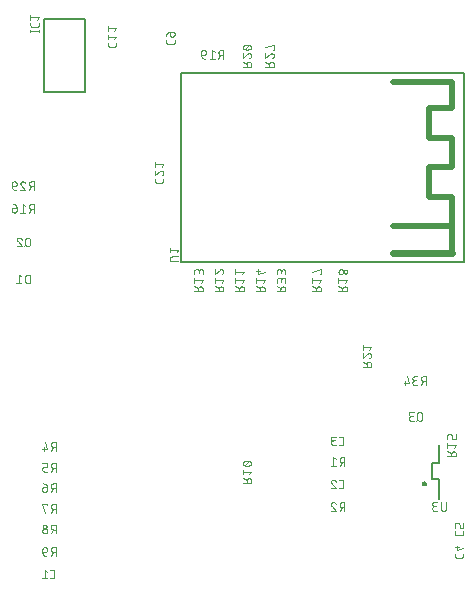
<source format=gbr>
G04 EAGLE Gerber X2 export*
G75*
%MOIN*%
%FSLAX25Y25*%
%LPD*%
%AMOC8*
5,1,8,0,0,1.08239X$1,22.5*%
G01*
%ADD10C,0.003000*%
%ADD11C,0.006000*%
%ADD12C,0.005000*%
%ADD13C,0.024000*%
%ADD14C,0.020000*%
%ADD15C,0.008000*%


D10*
X14131Y38200D02*
X14776Y38200D01*
X14824Y38202D01*
X14872Y38207D01*
X14919Y38216D01*
X14966Y38229D01*
X15011Y38245D01*
X15055Y38264D01*
X15098Y38286D01*
X15139Y38312D01*
X15178Y38341D01*
X15214Y38372D01*
X15248Y38406D01*
X15279Y38442D01*
X15308Y38481D01*
X15334Y38522D01*
X15356Y38565D01*
X15375Y38609D01*
X15391Y38654D01*
X15404Y38701D01*
X15413Y38748D01*
X15418Y38796D01*
X15420Y38844D01*
X15420Y40456D01*
X15418Y40504D01*
X15413Y40552D01*
X15404Y40599D01*
X15391Y40646D01*
X15375Y40691D01*
X15356Y40735D01*
X15334Y40778D01*
X15308Y40819D01*
X15279Y40858D01*
X15248Y40894D01*
X15214Y40928D01*
X15178Y40959D01*
X15139Y40988D01*
X15098Y41014D01*
X15055Y41036D01*
X15011Y41055D01*
X14966Y41071D01*
X14919Y41084D01*
X14872Y41093D01*
X14824Y41098D01*
X14776Y41100D01*
X14131Y41100D01*
X13011Y40456D02*
X12206Y41100D01*
X12206Y38200D01*
X13011Y38200D02*
X11400Y38200D01*
X33200Y216094D02*
X33200Y216739D01*
X33200Y216094D02*
X33202Y216046D01*
X33207Y215998D01*
X33216Y215951D01*
X33229Y215904D01*
X33245Y215859D01*
X33264Y215815D01*
X33286Y215772D01*
X33312Y215731D01*
X33341Y215692D01*
X33372Y215656D01*
X33406Y215622D01*
X33442Y215591D01*
X33481Y215562D01*
X33522Y215536D01*
X33565Y215514D01*
X33609Y215495D01*
X33654Y215479D01*
X33701Y215466D01*
X33748Y215457D01*
X33796Y215452D01*
X33844Y215450D01*
X35456Y215450D01*
X35504Y215452D01*
X35552Y215457D01*
X35599Y215466D01*
X35646Y215479D01*
X35691Y215495D01*
X35735Y215514D01*
X35778Y215536D01*
X35819Y215562D01*
X35858Y215591D01*
X35894Y215622D01*
X35928Y215656D01*
X35959Y215692D01*
X35988Y215731D01*
X36014Y215772D01*
X36036Y215815D01*
X36055Y215859D01*
X36071Y215904D01*
X36084Y215951D01*
X36093Y215998D01*
X36098Y216046D01*
X36100Y216094D01*
X36100Y216739D01*
X35456Y217859D02*
X36100Y218664D01*
X33200Y218664D01*
X33200Y217859D02*
X33200Y219470D01*
X35456Y220739D02*
X36100Y221544D01*
X33200Y221544D01*
X33200Y220739D02*
X33200Y222350D01*
X110381Y68200D02*
X111026Y68200D01*
X111074Y68202D01*
X111122Y68207D01*
X111169Y68216D01*
X111216Y68229D01*
X111261Y68245D01*
X111305Y68264D01*
X111348Y68286D01*
X111389Y68312D01*
X111428Y68341D01*
X111464Y68372D01*
X111498Y68406D01*
X111529Y68442D01*
X111558Y68481D01*
X111584Y68522D01*
X111606Y68565D01*
X111625Y68609D01*
X111641Y68654D01*
X111654Y68701D01*
X111663Y68748D01*
X111668Y68796D01*
X111670Y68844D01*
X111670Y70456D01*
X111668Y70504D01*
X111663Y70552D01*
X111654Y70599D01*
X111641Y70646D01*
X111625Y70691D01*
X111606Y70735D01*
X111584Y70778D01*
X111558Y70819D01*
X111529Y70858D01*
X111498Y70894D01*
X111464Y70928D01*
X111428Y70959D01*
X111389Y70988D01*
X111348Y71014D01*
X111305Y71036D01*
X111261Y71055D01*
X111216Y71071D01*
X111169Y71084D01*
X111122Y71093D01*
X111074Y71098D01*
X111026Y71100D01*
X110381Y71100D01*
X108375Y71100D02*
X108323Y71098D01*
X108272Y71093D01*
X108221Y71083D01*
X108171Y71071D01*
X108122Y71054D01*
X108074Y71034D01*
X108028Y71011D01*
X107983Y70985D01*
X107941Y70955D01*
X107900Y70923D01*
X107862Y70888D01*
X107827Y70850D01*
X107795Y70809D01*
X107765Y70767D01*
X107739Y70722D01*
X107716Y70676D01*
X107696Y70628D01*
X107679Y70579D01*
X107667Y70529D01*
X107657Y70478D01*
X107652Y70427D01*
X107650Y70375D01*
X108375Y71100D02*
X108434Y71098D01*
X108492Y71093D01*
X108550Y71083D01*
X108607Y71071D01*
X108663Y71054D01*
X108718Y71035D01*
X108772Y71011D01*
X108824Y70985D01*
X108874Y70955D01*
X108923Y70922D01*
X108969Y70886D01*
X109013Y70847D01*
X109054Y70806D01*
X109093Y70762D01*
X109129Y70716D01*
X109161Y70667D01*
X109191Y70617D01*
X109218Y70565D01*
X109241Y70511D01*
X109261Y70456D01*
X107892Y69811D02*
X107855Y69848D01*
X107821Y69888D01*
X107789Y69930D01*
X107761Y69975D01*
X107735Y70021D01*
X107713Y70068D01*
X107694Y70117D01*
X107678Y70167D01*
X107666Y70218D01*
X107657Y70270D01*
X107652Y70322D01*
X107650Y70375D01*
X107892Y69811D02*
X109261Y68200D01*
X107650Y68200D01*
X48900Y170794D02*
X48900Y171439D01*
X48900Y170794D02*
X48902Y170746D01*
X48907Y170698D01*
X48916Y170651D01*
X48929Y170604D01*
X48945Y170559D01*
X48964Y170515D01*
X48986Y170472D01*
X49012Y170431D01*
X49041Y170392D01*
X49072Y170356D01*
X49106Y170322D01*
X49142Y170291D01*
X49181Y170262D01*
X49222Y170236D01*
X49265Y170214D01*
X49309Y170195D01*
X49354Y170179D01*
X49401Y170166D01*
X49448Y170157D01*
X49496Y170152D01*
X49544Y170150D01*
X51156Y170150D01*
X51204Y170152D01*
X51252Y170157D01*
X51299Y170166D01*
X51346Y170179D01*
X51391Y170195D01*
X51435Y170214D01*
X51478Y170236D01*
X51519Y170262D01*
X51558Y170291D01*
X51594Y170322D01*
X51628Y170356D01*
X51659Y170392D01*
X51688Y170431D01*
X51714Y170472D01*
X51736Y170515D01*
X51755Y170559D01*
X51771Y170604D01*
X51784Y170651D01*
X51793Y170698D01*
X51798Y170746D01*
X51800Y170794D01*
X51800Y171439D01*
X51800Y173445D02*
X51798Y173497D01*
X51793Y173548D01*
X51783Y173599D01*
X51771Y173649D01*
X51754Y173698D01*
X51734Y173746D01*
X51711Y173792D01*
X51685Y173837D01*
X51655Y173879D01*
X51623Y173920D01*
X51588Y173958D01*
X51550Y173993D01*
X51509Y174025D01*
X51467Y174055D01*
X51422Y174081D01*
X51376Y174104D01*
X51328Y174124D01*
X51279Y174141D01*
X51229Y174153D01*
X51178Y174163D01*
X51127Y174168D01*
X51075Y174170D01*
X51800Y173445D02*
X51798Y173386D01*
X51793Y173328D01*
X51783Y173270D01*
X51771Y173213D01*
X51754Y173157D01*
X51735Y173102D01*
X51711Y173048D01*
X51685Y172996D01*
X51655Y172946D01*
X51622Y172897D01*
X51586Y172851D01*
X51547Y172807D01*
X51506Y172766D01*
X51462Y172727D01*
X51416Y172691D01*
X51367Y172659D01*
X51317Y172629D01*
X51265Y172602D01*
X51211Y172579D01*
X51156Y172559D01*
X50511Y173928D02*
X50548Y173965D01*
X50588Y173999D01*
X50630Y174031D01*
X50675Y174059D01*
X50721Y174085D01*
X50768Y174107D01*
X50817Y174126D01*
X50867Y174142D01*
X50918Y174154D01*
X50970Y174163D01*
X51022Y174168D01*
X51075Y174170D01*
X50511Y173929D02*
X48900Y172559D01*
X48900Y174170D01*
X51156Y175439D02*
X51800Y176245D01*
X48900Y176245D01*
X48900Y177050D02*
X48900Y175439D01*
X110381Y82575D02*
X111026Y82575D01*
X111074Y82577D01*
X111122Y82582D01*
X111169Y82591D01*
X111216Y82604D01*
X111261Y82620D01*
X111305Y82639D01*
X111348Y82661D01*
X111389Y82687D01*
X111428Y82716D01*
X111464Y82747D01*
X111498Y82781D01*
X111529Y82817D01*
X111558Y82856D01*
X111584Y82897D01*
X111606Y82940D01*
X111625Y82984D01*
X111641Y83029D01*
X111654Y83076D01*
X111663Y83123D01*
X111668Y83171D01*
X111670Y83219D01*
X111670Y84831D01*
X111668Y84879D01*
X111663Y84927D01*
X111654Y84974D01*
X111641Y85021D01*
X111625Y85066D01*
X111606Y85110D01*
X111584Y85153D01*
X111558Y85194D01*
X111529Y85233D01*
X111498Y85269D01*
X111464Y85303D01*
X111428Y85334D01*
X111389Y85363D01*
X111348Y85389D01*
X111305Y85411D01*
X111261Y85430D01*
X111216Y85446D01*
X111169Y85459D01*
X111122Y85468D01*
X111074Y85473D01*
X111026Y85475D01*
X110381Y85475D01*
X109261Y82575D02*
X108456Y82575D01*
X108401Y82577D01*
X108346Y82583D01*
X108292Y82592D01*
X108239Y82605D01*
X108186Y82622D01*
X108135Y82642D01*
X108085Y82665D01*
X108037Y82692D01*
X107991Y82723D01*
X107947Y82756D01*
X107906Y82792D01*
X107867Y82831D01*
X107831Y82872D01*
X107798Y82916D01*
X107767Y82962D01*
X107740Y83010D01*
X107717Y83060D01*
X107697Y83111D01*
X107680Y83164D01*
X107667Y83217D01*
X107658Y83271D01*
X107652Y83326D01*
X107650Y83381D01*
X107652Y83436D01*
X107658Y83491D01*
X107667Y83545D01*
X107680Y83598D01*
X107697Y83651D01*
X107717Y83702D01*
X107740Y83752D01*
X107767Y83800D01*
X107798Y83846D01*
X107831Y83890D01*
X107867Y83931D01*
X107906Y83970D01*
X107947Y84006D01*
X107991Y84039D01*
X108037Y84070D01*
X108085Y84097D01*
X108135Y84120D01*
X108186Y84140D01*
X108239Y84157D01*
X108292Y84170D01*
X108346Y84179D01*
X108401Y84185D01*
X108456Y84187D01*
X108294Y85475D02*
X109261Y85475D01*
X108294Y85475D02*
X108245Y85473D01*
X108196Y85467D01*
X108147Y85458D01*
X108100Y85445D01*
X108053Y85428D01*
X108008Y85408D01*
X107965Y85385D01*
X107923Y85358D01*
X107884Y85328D01*
X107847Y85295D01*
X107813Y85259D01*
X107782Y85221D01*
X107753Y85181D01*
X107728Y85139D01*
X107706Y85094D01*
X107688Y85049D01*
X107673Y85002D01*
X107662Y84954D01*
X107654Y84905D01*
X107650Y84856D01*
X107650Y84806D01*
X107654Y84757D01*
X107662Y84708D01*
X107673Y84660D01*
X107688Y84613D01*
X107706Y84568D01*
X107728Y84523D01*
X107753Y84481D01*
X107782Y84441D01*
X107813Y84403D01*
X107847Y84367D01*
X107884Y84334D01*
X107923Y84304D01*
X107965Y84277D01*
X108008Y84254D01*
X108053Y84234D01*
X108100Y84217D01*
X108147Y84204D01*
X108196Y84195D01*
X108245Y84189D01*
X108294Y84187D01*
X108294Y84186D02*
X108939Y84186D01*
X148900Y46439D02*
X148900Y45794D01*
X148902Y45746D01*
X148907Y45698D01*
X148916Y45651D01*
X148929Y45604D01*
X148945Y45559D01*
X148964Y45515D01*
X148986Y45472D01*
X149012Y45431D01*
X149041Y45392D01*
X149072Y45356D01*
X149106Y45322D01*
X149142Y45291D01*
X149181Y45262D01*
X149222Y45236D01*
X149265Y45214D01*
X149309Y45195D01*
X149354Y45179D01*
X149401Y45166D01*
X149448Y45157D01*
X149496Y45152D01*
X149544Y45150D01*
X151156Y45150D01*
X151204Y45152D01*
X151252Y45157D01*
X151299Y45166D01*
X151346Y45179D01*
X151391Y45195D01*
X151435Y45214D01*
X151478Y45236D01*
X151519Y45262D01*
X151558Y45291D01*
X151594Y45322D01*
X151628Y45356D01*
X151659Y45392D01*
X151688Y45431D01*
X151714Y45472D01*
X151736Y45515D01*
X151755Y45559D01*
X151771Y45604D01*
X151784Y45651D01*
X151793Y45698D01*
X151798Y45746D01*
X151800Y45794D01*
X151800Y46439D01*
X151800Y48204D02*
X149544Y47559D01*
X149544Y49170D01*
X150189Y48687D02*
X148900Y48687D01*
X148900Y53294D02*
X148900Y53939D01*
X148900Y53294D02*
X148902Y53246D01*
X148907Y53198D01*
X148916Y53151D01*
X148929Y53104D01*
X148945Y53059D01*
X148964Y53015D01*
X148986Y52972D01*
X149012Y52931D01*
X149041Y52892D01*
X149072Y52856D01*
X149106Y52822D01*
X149142Y52791D01*
X149181Y52762D01*
X149222Y52736D01*
X149265Y52714D01*
X149309Y52695D01*
X149354Y52679D01*
X149401Y52666D01*
X149448Y52657D01*
X149496Y52652D01*
X149544Y52650D01*
X151156Y52650D01*
X151204Y52652D01*
X151252Y52657D01*
X151299Y52666D01*
X151346Y52679D01*
X151391Y52695D01*
X151435Y52714D01*
X151478Y52736D01*
X151519Y52762D01*
X151558Y52791D01*
X151594Y52822D01*
X151628Y52856D01*
X151659Y52892D01*
X151688Y52931D01*
X151714Y52972D01*
X151736Y53015D01*
X151755Y53059D01*
X151771Y53104D01*
X151784Y53151D01*
X151793Y53198D01*
X151798Y53246D01*
X151800Y53294D01*
X151800Y53939D01*
X148900Y55059D02*
X148900Y56026D01*
X148902Y56077D01*
X148908Y56127D01*
X148918Y56176D01*
X148932Y56225D01*
X148949Y56272D01*
X148970Y56318D01*
X148995Y56362D01*
X149023Y56405D01*
X149054Y56444D01*
X149089Y56481D01*
X149126Y56516D01*
X149165Y56547D01*
X149208Y56575D01*
X149252Y56600D01*
X149298Y56621D01*
X149345Y56638D01*
X149394Y56652D01*
X149443Y56662D01*
X149493Y56668D01*
X149544Y56670D01*
X149867Y56670D01*
X149915Y56668D01*
X149963Y56663D01*
X150010Y56654D01*
X150057Y56641D01*
X150102Y56625D01*
X150146Y56606D01*
X150189Y56584D01*
X150230Y56558D01*
X150269Y56529D01*
X150305Y56498D01*
X150339Y56464D01*
X150370Y56428D01*
X150399Y56389D01*
X150425Y56348D01*
X150447Y56305D01*
X150466Y56261D01*
X150482Y56216D01*
X150495Y56169D01*
X150504Y56122D01*
X150509Y56074D01*
X150511Y56026D01*
X150511Y55059D01*
X151800Y55059D01*
X151800Y56670D01*
X52650Y217044D02*
X52650Y217689D01*
X52650Y217044D02*
X52652Y216996D01*
X52657Y216948D01*
X52666Y216901D01*
X52679Y216854D01*
X52695Y216809D01*
X52714Y216765D01*
X52736Y216722D01*
X52762Y216681D01*
X52791Y216642D01*
X52822Y216606D01*
X52856Y216572D01*
X52892Y216541D01*
X52931Y216512D01*
X52972Y216486D01*
X53015Y216464D01*
X53059Y216445D01*
X53104Y216429D01*
X53151Y216416D01*
X53198Y216407D01*
X53246Y216402D01*
X53294Y216400D01*
X54906Y216400D01*
X54954Y216402D01*
X55002Y216407D01*
X55049Y216416D01*
X55096Y216429D01*
X55141Y216445D01*
X55185Y216464D01*
X55228Y216486D01*
X55269Y216512D01*
X55308Y216541D01*
X55344Y216572D01*
X55378Y216606D01*
X55409Y216642D01*
X55438Y216681D01*
X55464Y216722D01*
X55486Y216765D01*
X55505Y216809D01*
X55521Y216854D01*
X55534Y216901D01*
X55543Y216948D01*
X55548Y216996D01*
X55550Y217044D01*
X55550Y217689D01*
X53939Y219454D02*
X53939Y220420D01*
X53939Y219454D02*
X53941Y219406D01*
X53946Y219358D01*
X53955Y219311D01*
X53968Y219264D01*
X53984Y219219D01*
X54003Y219175D01*
X54025Y219132D01*
X54051Y219091D01*
X54080Y219052D01*
X54111Y219016D01*
X54145Y218982D01*
X54181Y218950D01*
X54220Y218922D01*
X54261Y218896D01*
X54304Y218874D01*
X54348Y218855D01*
X54393Y218839D01*
X54440Y218826D01*
X54487Y218817D01*
X54535Y218812D01*
X54583Y218810D01*
X54583Y218809D02*
X54744Y218809D01*
X54799Y218811D01*
X54854Y218817D01*
X54908Y218826D01*
X54961Y218839D01*
X55014Y218856D01*
X55065Y218876D01*
X55115Y218899D01*
X55163Y218926D01*
X55209Y218957D01*
X55253Y218990D01*
X55294Y219026D01*
X55333Y219065D01*
X55369Y219106D01*
X55402Y219150D01*
X55433Y219196D01*
X55460Y219244D01*
X55483Y219294D01*
X55503Y219345D01*
X55520Y219398D01*
X55533Y219451D01*
X55542Y219505D01*
X55548Y219560D01*
X55550Y219615D01*
X55548Y219670D01*
X55542Y219725D01*
X55533Y219779D01*
X55520Y219832D01*
X55503Y219885D01*
X55483Y219936D01*
X55460Y219986D01*
X55433Y220034D01*
X55402Y220080D01*
X55369Y220124D01*
X55333Y220165D01*
X55294Y220204D01*
X55253Y220240D01*
X55209Y220273D01*
X55163Y220304D01*
X55115Y220331D01*
X55065Y220354D01*
X55014Y220374D01*
X54961Y220391D01*
X54908Y220404D01*
X54854Y220413D01*
X54799Y220419D01*
X54744Y220421D01*
X54744Y220420D02*
X53939Y220420D01*
X53869Y220418D01*
X53800Y220412D01*
X53730Y220403D01*
X53662Y220390D01*
X53594Y220373D01*
X53527Y220353D01*
X53462Y220328D01*
X53398Y220301D01*
X53335Y220270D01*
X53274Y220235D01*
X53216Y220198D01*
X53159Y220157D01*
X53105Y220113D01*
X53053Y220067D01*
X53003Y220017D01*
X52957Y219965D01*
X52913Y219911D01*
X52872Y219854D01*
X52835Y219796D01*
X52800Y219735D01*
X52769Y219672D01*
X52742Y219608D01*
X52717Y219543D01*
X52697Y219476D01*
X52680Y219408D01*
X52667Y219340D01*
X52658Y219270D01*
X52652Y219201D01*
X52650Y219131D01*
X7306Y139487D02*
X7306Y136587D01*
X7306Y139487D02*
X6500Y139487D01*
X6445Y139485D01*
X6390Y139479D01*
X6336Y139470D01*
X6283Y139457D01*
X6230Y139440D01*
X6179Y139420D01*
X6129Y139397D01*
X6081Y139370D01*
X6035Y139339D01*
X5991Y139306D01*
X5950Y139270D01*
X5911Y139231D01*
X5875Y139190D01*
X5842Y139146D01*
X5811Y139100D01*
X5784Y139052D01*
X5761Y139002D01*
X5741Y138951D01*
X5724Y138898D01*
X5711Y138845D01*
X5702Y138791D01*
X5696Y138736D01*
X5694Y138681D01*
X5695Y138681D02*
X5695Y137393D01*
X5694Y137393D02*
X5696Y137338D01*
X5702Y137283D01*
X5711Y137229D01*
X5724Y137176D01*
X5741Y137123D01*
X5761Y137072D01*
X5784Y137022D01*
X5811Y136974D01*
X5842Y136928D01*
X5875Y136884D01*
X5911Y136843D01*
X5950Y136804D01*
X5991Y136768D01*
X6035Y136735D01*
X6081Y136704D01*
X6129Y136677D01*
X6179Y136654D01*
X6230Y136634D01*
X6283Y136617D01*
X6336Y136604D01*
X6390Y136595D01*
X6445Y136589D01*
X6500Y136587D01*
X7306Y136587D01*
X4330Y138843D02*
X3524Y139487D01*
X3524Y136587D01*
X2719Y136587D02*
X4330Y136587D01*
D11*
X11935Y224799D02*
X25557Y224799D01*
X25557Y200201D02*
X11935Y200201D01*
X11935Y224799D01*
X25557Y224799D02*
X25557Y200201D01*
D10*
X10350Y220590D02*
X7450Y220590D01*
X7450Y220268D02*
X7450Y220913D01*
X10350Y220913D02*
X10350Y220268D01*
X7450Y222724D02*
X7450Y223369D01*
X7450Y222724D02*
X7452Y222676D01*
X7457Y222628D01*
X7466Y222581D01*
X7479Y222534D01*
X7495Y222489D01*
X7514Y222445D01*
X7536Y222402D01*
X7562Y222361D01*
X7591Y222322D01*
X7622Y222286D01*
X7656Y222252D01*
X7692Y222221D01*
X7731Y222192D01*
X7772Y222166D01*
X7815Y222144D01*
X7859Y222125D01*
X7904Y222109D01*
X7951Y222096D01*
X7998Y222087D01*
X8046Y222082D01*
X8094Y222080D01*
X9706Y222080D01*
X9754Y222082D01*
X9802Y222087D01*
X9849Y222096D01*
X9896Y222109D01*
X9941Y222125D01*
X9985Y222144D01*
X10028Y222166D01*
X10069Y222192D01*
X10108Y222221D01*
X10144Y222252D01*
X10178Y222286D01*
X10209Y222322D01*
X10238Y222361D01*
X10264Y222402D01*
X10286Y222445D01*
X10305Y222489D01*
X10321Y222534D01*
X10334Y222581D01*
X10343Y222628D01*
X10348Y222676D01*
X10350Y222724D01*
X10350Y223369D01*
X9706Y224489D02*
X10350Y225294D01*
X7450Y225294D01*
X7450Y224489D02*
X7450Y226100D01*
X7350Y150994D02*
X7350Y149706D01*
X7350Y150994D02*
X7348Y151049D01*
X7342Y151104D01*
X7333Y151158D01*
X7320Y151211D01*
X7303Y151264D01*
X7283Y151315D01*
X7260Y151365D01*
X7233Y151413D01*
X7202Y151459D01*
X7169Y151503D01*
X7133Y151544D01*
X7094Y151583D01*
X7053Y151619D01*
X7009Y151652D01*
X6963Y151683D01*
X6915Y151710D01*
X6865Y151733D01*
X6814Y151753D01*
X6761Y151770D01*
X6708Y151783D01*
X6654Y151792D01*
X6599Y151798D01*
X6544Y151800D01*
X6489Y151798D01*
X6434Y151792D01*
X6380Y151783D01*
X6327Y151770D01*
X6274Y151753D01*
X6223Y151733D01*
X6173Y151710D01*
X6125Y151683D01*
X6079Y151652D01*
X6035Y151619D01*
X5994Y151583D01*
X5955Y151544D01*
X5919Y151503D01*
X5886Y151459D01*
X5855Y151413D01*
X5828Y151365D01*
X5805Y151315D01*
X5785Y151264D01*
X5768Y151211D01*
X5755Y151158D01*
X5746Y151104D01*
X5740Y151049D01*
X5738Y150994D01*
X5739Y150994D02*
X5739Y149706D01*
X5738Y149706D02*
X5740Y149651D01*
X5746Y149596D01*
X5755Y149542D01*
X5768Y149489D01*
X5785Y149436D01*
X5805Y149385D01*
X5828Y149335D01*
X5855Y149287D01*
X5886Y149241D01*
X5919Y149197D01*
X5955Y149156D01*
X5994Y149117D01*
X6035Y149081D01*
X6079Y149048D01*
X6125Y149017D01*
X6173Y148990D01*
X6223Y148967D01*
X6274Y148947D01*
X6327Y148930D01*
X6380Y148917D01*
X6434Y148908D01*
X6489Y148902D01*
X6544Y148900D01*
X6599Y148902D01*
X6654Y148908D01*
X6708Y148917D01*
X6761Y148930D01*
X6814Y148947D01*
X6865Y148967D01*
X6915Y148990D01*
X6963Y149017D01*
X7009Y149048D01*
X7053Y149081D01*
X7094Y149117D01*
X7133Y149156D01*
X7169Y149197D01*
X7202Y149241D01*
X7233Y149287D01*
X7260Y149335D01*
X7283Y149385D01*
X7303Y149436D01*
X7320Y149489D01*
X7333Y149542D01*
X7342Y149596D01*
X7348Y149651D01*
X7350Y149706D01*
X6061Y149544D02*
X5417Y148900D01*
X2945Y151075D02*
X2947Y151127D01*
X2952Y151178D01*
X2962Y151229D01*
X2974Y151279D01*
X2991Y151328D01*
X3011Y151376D01*
X3034Y151422D01*
X3060Y151467D01*
X3090Y151509D01*
X3122Y151550D01*
X3157Y151588D01*
X3195Y151623D01*
X3236Y151655D01*
X3278Y151685D01*
X3323Y151711D01*
X3369Y151734D01*
X3417Y151754D01*
X3466Y151771D01*
X3516Y151783D01*
X3567Y151793D01*
X3618Y151798D01*
X3670Y151800D01*
X3729Y151798D01*
X3787Y151793D01*
X3845Y151783D01*
X3902Y151771D01*
X3958Y151754D01*
X4013Y151735D01*
X4067Y151711D01*
X4119Y151685D01*
X4169Y151655D01*
X4218Y151622D01*
X4264Y151586D01*
X4308Y151547D01*
X4349Y151506D01*
X4388Y151462D01*
X4424Y151416D01*
X4456Y151367D01*
X4486Y151317D01*
X4513Y151265D01*
X4536Y151211D01*
X4556Y151156D01*
X3187Y150511D02*
X3150Y150548D01*
X3116Y150588D01*
X3084Y150630D01*
X3056Y150675D01*
X3030Y150721D01*
X3008Y150768D01*
X2989Y150817D01*
X2973Y150867D01*
X2961Y150918D01*
X2952Y150970D01*
X2947Y151022D01*
X2945Y151075D01*
X3187Y150511D02*
X4557Y148900D01*
X2945Y148900D01*
X137975Y92869D02*
X137975Y91581D01*
X137975Y92869D02*
X137973Y92924D01*
X137967Y92979D01*
X137958Y93033D01*
X137945Y93086D01*
X137928Y93139D01*
X137908Y93190D01*
X137885Y93240D01*
X137858Y93288D01*
X137827Y93334D01*
X137794Y93378D01*
X137758Y93419D01*
X137719Y93458D01*
X137678Y93494D01*
X137634Y93527D01*
X137588Y93558D01*
X137540Y93585D01*
X137490Y93608D01*
X137439Y93628D01*
X137386Y93645D01*
X137333Y93658D01*
X137279Y93667D01*
X137224Y93673D01*
X137169Y93675D01*
X137114Y93673D01*
X137059Y93667D01*
X137005Y93658D01*
X136952Y93645D01*
X136899Y93628D01*
X136848Y93608D01*
X136798Y93585D01*
X136750Y93558D01*
X136704Y93527D01*
X136660Y93494D01*
X136619Y93458D01*
X136580Y93419D01*
X136544Y93378D01*
X136511Y93334D01*
X136480Y93288D01*
X136453Y93240D01*
X136430Y93190D01*
X136410Y93139D01*
X136393Y93086D01*
X136380Y93033D01*
X136371Y92979D01*
X136365Y92924D01*
X136363Y92869D01*
X136364Y92869D02*
X136364Y91581D01*
X136363Y91581D02*
X136365Y91526D01*
X136371Y91471D01*
X136380Y91417D01*
X136393Y91364D01*
X136410Y91311D01*
X136430Y91260D01*
X136453Y91210D01*
X136480Y91162D01*
X136511Y91116D01*
X136544Y91072D01*
X136580Y91031D01*
X136619Y90992D01*
X136660Y90956D01*
X136704Y90923D01*
X136750Y90892D01*
X136798Y90865D01*
X136848Y90842D01*
X136899Y90822D01*
X136952Y90805D01*
X137005Y90792D01*
X137059Y90783D01*
X137114Y90777D01*
X137169Y90775D01*
X137224Y90777D01*
X137279Y90783D01*
X137333Y90792D01*
X137386Y90805D01*
X137439Y90822D01*
X137490Y90842D01*
X137540Y90865D01*
X137588Y90892D01*
X137634Y90923D01*
X137678Y90956D01*
X137719Y90992D01*
X137758Y91031D01*
X137794Y91072D01*
X137827Y91116D01*
X137858Y91162D01*
X137885Y91210D01*
X137908Y91260D01*
X137928Y91311D01*
X137945Y91364D01*
X137958Y91417D01*
X137967Y91471D01*
X137973Y91526D01*
X137975Y91581D01*
X136686Y91419D02*
X136042Y90775D01*
X135182Y90775D02*
X134376Y90775D01*
X134321Y90777D01*
X134266Y90783D01*
X134212Y90792D01*
X134159Y90805D01*
X134106Y90822D01*
X134055Y90842D01*
X134005Y90865D01*
X133957Y90892D01*
X133911Y90923D01*
X133867Y90956D01*
X133826Y90992D01*
X133787Y91031D01*
X133751Y91072D01*
X133718Y91116D01*
X133687Y91162D01*
X133660Y91210D01*
X133637Y91260D01*
X133617Y91311D01*
X133600Y91364D01*
X133587Y91417D01*
X133578Y91471D01*
X133572Y91526D01*
X133570Y91581D01*
X133572Y91636D01*
X133578Y91691D01*
X133587Y91745D01*
X133600Y91798D01*
X133617Y91851D01*
X133637Y91902D01*
X133660Y91952D01*
X133687Y92000D01*
X133718Y92046D01*
X133751Y92090D01*
X133787Y92131D01*
X133826Y92170D01*
X133867Y92206D01*
X133911Y92239D01*
X133957Y92270D01*
X134005Y92297D01*
X134055Y92320D01*
X134106Y92340D01*
X134159Y92357D01*
X134212Y92370D01*
X134266Y92379D01*
X134321Y92385D01*
X134376Y92387D01*
X134215Y93675D02*
X135182Y93675D01*
X134215Y93675D02*
X134166Y93673D01*
X134117Y93667D01*
X134068Y93658D01*
X134021Y93645D01*
X133974Y93628D01*
X133929Y93608D01*
X133886Y93585D01*
X133844Y93558D01*
X133805Y93528D01*
X133768Y93495D01*
X133734Y93459D01*
X133703Y93421D01*
X133674Y93381D01*
X133649Y93339D01*
X133627Y93294D01*
X133609Y93249D01*
X133594Y93202D01*
X133583Y93154D01*
X133575Y93105D01*
X133571Y93056D01*
X133571Y93006D01*
X133575Y92957D01*
X133583Y92908D01*
X133594Y92860D01*
X133609Y92813D01*
X133627Y92768D01*
X133649Y92723D01*
X133674Y92681D01*
X133703Y92641D01*
X133734Y92603D01*
X133768Y92567D01*
X133805Y92534D01*
X133844Y92504D01*
X133886Y92477D01*
X133929Y92454D01*
X133974Y92434D01*
X134021Y92417D01*
X134068Y92404D01*
X134117Y92395D01*
X134166Y92389D01*
X134215Y92387D01*
X134215Y92386D02*
X134859Y92386D01*
X112121Y78600D02*
X112121Y75700D01*
X112121Y78600D02*
X111315Y78600D01*
X111260Y78598D01*
X111205Y78592D01*
X111151Y78583D01*
X111098Y78570D01*
X111045Y78553D01*
X110994Y78533D01*
X110944Y78510D01*
X110896Y78483D01*
X110850Y78452D01*
X110806Y78419D01*
X110765Y78383D01*
X110726Y78344D01*
X110690Y78303D01*
X110657Y78259D01*
X110626Y78213D01*
X110599Y78165D01*
X110576Y78115D01*
X110556Y78064D01*
X110539Y78011D01*
X110526Y77958D01*
X110517Y77904D01*
X110511Y77849D01*
X110509Y77794D01*
X110511Y77739D01*
X110517Y77684D01*
X110526Y77630D01*
X110539Y77577D01*
X110556Y77524D01*
X110576Y77473D01*
X110599Y77423D01*
X110626Y77375D01*
X110657Y77329D01*
X110690Y77285D01*
X110726Y77244D01*
X110765Y77205D01*
X110806Y77169D01*
X110850Y77136D01*
X110896Y77105D01*
X110944Y77078D01*
X110994Y77055D01*
X111045Y77035D01*
X111098Y77018D01*
X111151Y77005D01*
X111205Y76996D01*
X111260Y76990D01*
X111315Y76988D01*
X111315Y76989D02*
X112121Y76989D01*
X111154Y76989D02*
X110510Y75700D01*
X109261Y77956D02*
X108456Y78600D01*
X108456Y75700D01*
X109261Y75700D02*
X107650Y75700D01*
X81100Y69999D02*
X78200Y69999D01*
X81100Y69999D02*
X81100Y70805D01*
X81098Y70860D01*
X81092Y70915D01*
X81083Y70969D01*
X81070Y71022D01*
X81053Y71075D01*
X81033Y71126D01*
X81010Y71176D01*
X80983Y71224D01*
X80952Y71270D01*
X80919Y71314D01*
X80883Y71355D01*
X80844Y71394D01*
X80803Y71430D01*
X80759Y71463D01*
X80713Y71494D01*
X80665Y71521D01*
X80615Y71544D01*
X80564Y71564D01*
X80511Y71581D01*
X80458Y71594D01*
X80404Y71603D01*
X80349Y71609D01*
X80294Y71611D01*
X80239Y71609D01*
X80184Y71603D01*
X80130Y71594D01*
X80077Y71581D01*
X80024Y71564D01*
X79973Y71544D01*
X79923Y71521D01*
X79875Y71494D01*
X79829Y71463D01*
X79785Y71430D01*
X79744Y71394D01*
X79705Y71355D01*
X79669Y71314D01*
X79636Y71270D01*
X79605Y71224D01*
X79578Y71176D01*
X79555Y71126D01*
X79535Y71075D01*
X79518Y71022D01*
X79505Y70969D01*
X79496Y70915D01*
X79490Y70860D01*
X79488Y70805D01*
X79489Y70805D02*
X79489Y69999D01*
X79489Y70966D02*
X78200Y71610D01*
X80456Y72859D02*
X81100Y73664D01*
X78200Y73664D01*
X78200Y72859D02*
X78200Y74470D01*
X79650Y75739D02*
X79740Y75741D01*
X79831Y75746D01*
X79920Y75754D01*
X80010Y75766D01*
X80099Y75782D01*
X80187Y75800D01*
X80275Y75822D01*
X80362Y75847D01*
X80447Y75876D01*
X80532Y75908D01*
X80615Y75943D01*
X80697Y75981D01*
X80697Y75980D02*
X80740Y75997D01*
X80782Y76017D01*
X80822Y76040D01*
X80860Y76066D01*
X80896Y76095D01*
X80930Y76127D01*
X80961Y76161D01*
X80989Y76198D01*
X81014Y76236D01*
X81037Y76277D01*
X81056Y76319D01*
X81072Y76362D01*
X81084Y76407D01*
X81093Y76452D01*
X81098Y76498D01*
X81100Y76544D01*
X81098Y76590D01*
X81093Y76636D01*
X81084Y76681D01*
X81072Y76726D01*
X81056Y76769D01*
X81037Y76811D01*
X81014Y76852D01*
X80989Y76890D01*
X80961Y76927D01*
X80930Y76961D01*
X80896Y76993D01*
X80860Y77022D01*
X80822Y77048D01*
X80782Y77071D01*
X80740Y77091D01*
X80697Y77108D01*
X80615Y77146D01*
X80532Y77181D01*
X80447Y77213D01*
X80362Y77242D01*
X80275Y77267D01*
X80187Y77289D01*
X80099Y77307D01*
X80010Y77323D01*
X79920Y77335D01*
X79831Y77343D01*
X79740Y77348D01*
X79650Y77350D01*
X79650Y75739D02*
X79560Y75741D01*
X79469Y75746D01*
X79380Y75754D01*
X79290Y75766D01*
X79201Y75782D01*
X79113Y75800D01*
X79025Y75822D01*
X78938Y75847D01*
X78853Y75876D01*
X78768Y75908D01*
X78685Y75943D01*
X78603Y75981D01*
X78603Y75980D02*
X78560Y75997D01*
X78518Y76017D01*
X78478Y76040D01*
X78440Y76066D01*
X78404Y76095D01*
X78370Y76127D01*
X78339Y76161D01*
X78311Y76198D01*
X78286Y76236D01*
X78263Y76277D01*
X78244Y76319D01*
X78228Y76362D01*
X78216Y76407D01*
X78207Y76452D01*
X78202Y76498D01*
X78200Y76544D01*
X78603Y77108D02*
X78685Y77146D01*
X78768Y77181D01*
X78853Y77213D01*
X78938Y77242D01*
X79025Y77267D01*
X79113Y77289D01*
X79201Y77307D01*
X79290Y77323D01*
X79380Y77335D01*
X79469Y77343D01*
X79560Y77348D01*
X79650Y77350D01*
X78603Y77108D02*
X78560Y77091D01*
X78518Y77071D01*
X78478Y77048D01*
X78440Y77022D01*
X78404Y76993D01*
X78370Y76961D01*
X78339Y76927D01*
X78311Y76890D01*
X78286Y76852D01*
X78263Y76811D01*
X78244Y76769D01*
X78228Y76726D01*
X78216Y76681D01*
X78207Y76636D01*
X78202Y76590D01*
X78200Y76544D01*
X78844Y75900D02*
X80456Y77189D01*
X78675Y133900D02*
X75775Y133900D01*
X78675Y133900D02*
X78675Y134706D01*
X78673Y134761D01*
X78667Y134816D01*
X78658Y134870D01*
X78645Y134923D01*
X78628Y134976D01*
X78608Y135027D01*
X78585Y135077D01*
X78558Y135125D01*
X78527Y135171D01*
X78494Y135215D01*
X78458Y135256D01*
X78419Y135295D01*
X78378Y135331D01*
X78334Y135364D01*
X78288Y135395D01*
X78240Y135422D01*
X78190Y135445D01*
X78139Y135465D01*
X78086Y135482D01*
X78033Y135495D01*
X77979Y135504D01*
X77924Y135510D01*
X77869Y135512D01*
X77814Y135510D01*
X77759Y135504D01*
X77705Y135495D01*
X77652Y135482D01*
X77599Y135465D01*
X77548Y135445D01*
X77498Y135422D01*
X77450Y135395D01*
X77404Y135364D01*
X77360Y135331D01*
X77319Y135295D01*
X77280Y135256D01*
X77244Y135215D01*
X77211Y135171D01*
X77180Y135125D01*
X77153Y135077D01*
X77130Y135027D01*
X77110Y134976D01*
X77093Y134923D01*
X77080Y134870D01*
X77071Y134816D01*
X77065Y134761D01*
X77063Y134706D01*
X77064Y134706D02*
X77064Y133900D01*
X77064Y134867D02*
X75775Y135511D01*
X78031Y136760D02*
X78675Y137565D01*
X75775Y137565D01*
X75775Y136760D02*
X75775Y138371D01*
X78031Y139640D02*
X78675Y140445D01*
X75775Y140445D01*
X75775Y139640D02*
X75775Y141251D01*
X71800Y133900D02*
X68900Y133900D01*
X71800Y133900D02*
X71800Y134706D01*
X71798Y134761D01*
X71792Y134816D01*
X71783Y134870D01*
X71770Y134923D01*
X71753Y134976D01*
X71733Y135027D01*
X71710Y135077D01*
X71683Y135125D01*
X71652Y135171D01*
X71619Y135215D01*
X71583Y135256D01*
X71544Y135295D01*
X71503Y135331D01*
X71459Y135364D01*
X71413Y135395D01*
X71365Y135422D01*
X71315Y135445D01*
X71264Y135465D01*
X71211Y135482D01*
X71158Y135495D01*
X71104Y135504D01*
X71049Y135510D01*
X70994Y135512D01*
X70939Y135510D01*
X70884Y135504D01*
X70830Y135495D01*
X70777Y135482D01*
X70724Y135465D01*
X70673Y135445D01*
X70623Y135422D01*
X70575Y135395D01*
X70529Y135364D01*
X70485Y135331D01*
X70444Y135295D01*
X70405Y135256D01*
X70369Y135215D01*
X70336Y135171D01*
X70305Y135125D01*
X70278Y135077D01*
X70255Y135027D01*
X70235Y134976D01*
X70218Y134923D01*
X70205Y134870D01*
X70196Y134816D01*
X70190Y134761D01*
X70188Y134706D01*
X70189Y134706D02*
X70189Y133900D01*
X70189Y134867D02*
X68900Y135511D01*
X71156Y136760D02*
X71800Y137565D01*
X68900Y137565D01*
X68900Y136760D02*
X68900Y138371D01*
X71075Y141251D02*
X71127Y141249D01*
X71178Y141244D01*
X71229Y141234D01*
X71279Y141222D01*
X71328Y141205D01*
X71376Y141185D01*
X71422Y141162D01*
X71467Y141136D01*
X71509Y141106D01*
X71550Y141074D01*
X71588Y141039D01*
X71623Y141001D01*
X71655Y140960D01*
X71685Y140918D01*
X71711Y140873D01*
X71734Y140827D01*
X71754Y140779D01*
X71771Y140730D01*
X71783Y140680D01*
X71793Y140629D01*
X71798Y140578D01*
X71800Y140526D01*
X71798Y140467D01*
X71793Y140409D01*
X71783Y140351D01*
X71771Y140294D01*
X71754Y140238D01*
X71735Y140183D01*
X71711Y140129D01*
X71685Y140077D01*
X71655Y140027D01*
X71622Y139978D01*
X71586Y139932D01*
X71547Y139888D01*
X71506Y139847D01*
X71462Y139808D01*
X71416Y139772D01*
X71367Y139740D01*
X71317Y139710D01*
X71265Y139683D01*
X71211Y139660D01*
X71156Y139640D01*
X70511Y141009D02*
X70548Y141046D01*
X70588Y141080D01*
X70630Y141112D01*
X70675Y141140D01*
X70721Y141166D01*
X70768Y141188D01*
X70817Y141207D01*
X70867Y141223D01*
X70918Y141235D01*
X70970Y141244D01*
X71022Y141249D01*
X71075Y141251D01*
X70511Y141009D02*
X68900Y139640D01*
X68900Y141251D01*
X64925Y133900D02*
X62025Y133900D01*
X64925Y133900D02*
X64925Y134706D01*
X64923Y134761D01*
X64917Y134816D01*
X64908Y134870D01*
X64895Y134923D01*
X64878Y134976D01*
X64858Y135027D01*
X64835Y135077D01*
X64808Y135125D01*
X64777Y135171D01*
X64744Y135215D01*
X64708Y135256D01*
X64669Y135295D01*
X64628Y135331D01*
X64584Y135364D01*
X64538Y135395D01*
X64490Y135422D01*
X64440Y135445D01*
X64389Y135465D01*
X64336Y135482D01*
X64283Y135495D01*
X64229Y135504D01*
X64174Y135510D01*
X64119Y135512D01*
X64064Y135510D01*
X64009Y135504D01*
X63955Y135495D01*
X63902Y135482D01*
X63849Y135465D01*
X63798Y135445D01*
X63748Y135422D01*
X63700Y135395D01*
X63654Y135364D01*
X63610Y135331D01*
X63569Y135295D01*
X63530Y135256D01*
X63494Y135215D01*
X63461Y135171D01*
X63430Y135125D01*
X63403Y135077D01*
X63380Y135027D01*
X63360Y134976D01*
X63343Y134923D01*
X63330Y134870D01*
X63321Y134816D01*
X63315Y134761D01*
X63313Y134706D01*
X63314Y134706D02*
X63314Y133900D01*
X63314Y134867D02*
X62025Y135511D01*
X64281Y136760D02*
X64925Y137565D01*
X62025Y137565D01*
X62025Y136760D02*
X62025Y138371D01*
X62025Y139640D02*
X62025Y140445D01*
X62027Y140500D01*
X62033Y140555D01*
X62042Y140609D01*
X62055Y140662D01*
X62072Y140715D01*
X62092Y140766D01*
X62115Y140816D01*
X62142Y140864D01*
X62173Y140910D01*
X62206Y140954D01*
X62242Y140995D01*
X62281Y141034D01*
X62322Y141070D01*
X62366Y141103D01*
X62412Y141134D01*
X62460Y141161D01*
X62510Y141184D01*
X62561Y141204D01*
X62614Y141221D01*
X62667Y141234D01*
X62721Y141243D01*
X62776Y141249D01*
X62831Y141251D01*
X62886Y141249D01*
X62941Y141243D01*
X62995Y141234D01*
X63048Y141221D01*
X63101Y141204D01*
X63152Y141184D01*
X63202Y141161D01*
X63250Y141134D01*
X63296Y141103D01*
X63340Y141070D01*
X63381Y141034D01*
X63420Y140995D01*
X63456Y140954D01*
X63489Y140910D01*
X63520Y140864D01*
X63547Y140816D01*
X63570Y140766D01*
X63590Y140715D01*
X63607Y140662D01*
X63620Y140609D01*
X63629Y140555D01*
X63635Y140500D01*
X63637Y140445D01*
X64925Y140607D02*
X64925Y139640D01*
X64925Y140607D02*
X64923Y140656D01*
X64917Y140705D01*
X64908Y140754D01*
X64895Y140801D01*
X64878Y140848D01*
X64858Y140893D01*
X64835Y140936D01*
X64808Y140978D01*
X64778Y141017D01*
X64745Y141054D01*
X64709Y141088D01*
X64671Y141119D01*
X64631Y141148D01*
X64589Y141173D01*
X64544Y141195D01*
X64499Y141213D01*
X64452Y141228D01*
X64404Y141239D01*
X64355Y141247D01*
X64306Y141251D01*
X64256Y141251D01*
X64207Y141247D01*
X64158Y141239D01*
X64110Y141228D01*
X64063Y141213D01*
X64018Y141195D01*
X63973Y141173D01*
X63931Y141148D01*
X63891Y141119D01*
X63853Y141088D01*
X63817Y141054D01*
X63784Y141017D01*
X63754Y140978D01*
X63727Y140936D01*
X63704Y140893D01*
X63684Y140848D01*
X63667Y140801D01*
X63654Y140754D01*
X63645Y140705D01*
X63639Y140656D01*
X63637Y140607D01*
X63636Y140607D02*
X63636Y139962D01*
X82650Y133900D02*
X85550Y133900D01*
X85550Y134706D01*
X85548Y134761D01*
X85542Y134816D01*
X85533Y134870D01*
X85520Y134923D01*
X85503Y134976D01*
X85483Y135027D01*
X85460Y135077D01*
X85433Y135125D01*
X85402Y135171D01*
X85369Y135215D01*
X85333Y135256D01*
X85294Y135295D01*
X85253Y135331D01*
X85209Y135364D01*
X85163Y135395D01*
X85115Y135422D01*
X85065Y135445D01*
X85014Y135465D01*
X84961Y135482D01*
X84908Y135495D01*
X84854Y135504D01*
X84799Y135510D01*
X84744Y135512D01*
X84689Y135510D01*
X84634Y135504D01*
X84580Y135495D01*
X84527Y135482D01*
X84474Y135465D01*
X84423Y135445D01*
X84373Y135422D01*
X84325Y135395D01*
X84279Y135364D01*
X84235Y135331D01*
X84194Y135295D01*
X84155Y135256D01*
X84119Y135215D01*
X84086Y135171D01*
X84055Y135125D01*
X84028Y135077D01*
X84005Y135027D01*
X83985Y134976D01*
X83968Y134923D01*
X83955Y134870D01*
X83946Y134816D01*
X83940Y134761D01*
X83938Y134706D01*
X83939Y134706D02*
X83939Y133900D01*
X83939Y134867D02*
X82650Y135511D01*
X84906Y136760D02*
X85550Y137565D01*
X82650Y137565D01*
X82650Y136760D02*
X82650Y138371D01*
X83294Y139640D02*
X85550Y140284D01*
X83294Y139640D02*
X83294Y141251D01*
X83939Y140768D02*
X82650Y140768D01*
X146400Y78900D02*
X149300Y78900D01*
X149300Y79706D01*
X149298Y79761D01*
X149292Y79816D01*
X149283Y79870D01*
X149270Y79923D01*
X149253Y79976D01*
X149233Y80027D01*
X149210Y80077D01*
X149183Y80125D01*
X149152Y80171D01*
X149119Y80215D01*
X149083Y80256D01*
X149044Y80295D01*
X149003Y80331D01*
X148959Y80364D01*
X148913Y80395D01*
X148865Y80422D01*
X148815Y80445D01*
X148764Y80465D01*
X148711Y80482D01*
X148658Y80495D01*
X148604Y80504D01*
X148549Y80510D01*
X148494Y80512D01*
X148439Y80510D01*
X148384Y80504D01*
X148330Y80495D01*
X148277Y80482D01*
X148224Y80465D01*
X148173Y80445D01*
X148123Y80422D01*
X148075Y80395D01*
X148029Y80364D01*
X147985Y80331D01*
X147944Y80295D01*
X147905Y80256D01*
X147869Y80215D01*
X147836Y80171D01*
X147805Y80125D01*
X147778Y80077D01*
X147755Y80027D01*
X147735Y79976D01*
X147718Y79923D01*
X147705Y79870D01*
X147696Y79816D01*
X147690Y79761D01*
X147688Y79706D01*
X147689Y79706D02*
X147689Y78900D01*
X147689Y79867D02*
X146400Y80511D01*
X148656Y81760D02*
X149300Y82565D01*
X146400Y82565D01*
X146400Y81760D02*
X146400Y83371D01*
X146400Y84640D02*
X146400Y85607D01*
X146402Y85658D01*
X146408Y85708D01*
X146418Y85757D01*
X146432Y85806D01*
X146449Y85853D01*
X146470Y85899D01*
X146495Y85943D01*
X146523Y85986D01*
X146554Y86025D01*
X146589Y86062D01*
X146626Y86097D01*
X146665Y86128D01*
X146708Y86156D01*
X146752Y86181D01*
X146798Y86202D01*
X146845Y86219D01*
X146894Y86233D01*
X146943Y86243D01*
X146993Y86249D01*
X147044Y86251D01*
X147367Y86251D01*
X147415Y86249D01*
X147463Y86244D01*
X147510Y86235D01*
X147557Y86222D01*
X147602Y86206D01*
X147646Y86187D01*
X147689Y86165D01*
X147730Y86139D01*
X147769Y86110D01*
X147805Y86079D01*
X147839Y86045D01*
X147870Y86009D01*
X147899Y85970D01*
X147925Y85929D01*
X147947Y85886D01*
X147966Y85842D01*
X147982Y85797D01*
X147995Y85750D01*
X148004Y85703D01*
X148009Y85655D01*
X148011Y85607D01*
X148011Y84640D01*
X149300Y84640D01*
X149300Y86251D01*
X8600Y160150D02*
X8600Y163050D01*
X7794Y163050D01*
X7739Y163048D01*
X7684Y163042D01*
X7630Y163033D01*
X7577Y163020D01*
X7524Y163003D01*
X7473Y162983D01*
X7423Y162960D01*
X7375Y162933D01*
X7329Y162902D01*
X7285Y162869D01*
X7244Y162833D01*
X7205Y162794D01*
X7169Y162753D01*
X7136Y162709D01*
X7105Y162663D01*
X7078Y162615D01*
X7055Y162565D01*
X7035Y162514D01*
X7018Y162461D01*
X7005Y162408D01*
X6996Y162354D01*
X6990Y162299D01*
X6988Y162244D01*
X6990Y162189D01*
X6996Y162134D01*
X7005Y162080D01*
X7018Y162027D01*
X7035Y161974D01*
X7055Y161923D01*
X7078Y161873D01*
X7105Y161825D01*
X7136Y161779D01*
X7169Y161735D01*
X7205Y161694D01*
X7244Y161655D01*
X7285Y161619D01*
X7329Y161586D01*
X7375Y161555D01*
X7423Y161528D01*
X7473Y161505D01*
X7524Y161485D01*
X7577Y161468D01*
X7630Y161455D01*
X7684Y161446D01*
X7739Y161440D01*
X7794Y161438D01*
X7794Y161439D02*
X8600Y161439D01*
X7633Y161439D02*
X6989Y160150D01*
X5740Y162406D02*
X4935Y163050D01*
X4935Y160150D01*
X5740Y160150D02*
X4129Y160150D01*
X2860Y161761D02*
X1893Y161761D01*
X1842Y161759D01*
X1792Y161753D01*
X1743Y161743D01*
X1694Y161729D01*
X1647Y161712D01*
X1601Y161691D01*
X1557Y161666D01*
X1514Y161638D01*
X1475Y161607D01*
X1438Y161572D01*
X1403Y161535D01*
X1372Y161496D01*
X1344Y161453D01*
X1319Y161409D01*
X1298Y161363D01*
X1281Y161316D01*
X1267Y161267D01*
X1257Y161218D01*
X1251Y161168D01*
X1249Y161117D01*
X1249Y160956D01*
X1251Y160901D01*
X1257Y160846D01*
X1266Y160792D01*
X1279Y160739D01*
X1296Y160686D01*
X1316Y160635D01*
X1339Y160585D01*
X1366Y160537D01*
X1397Y160491D01*
X1430Y160447D01*
X1466Y160406D01*
X1505Y160367D01*
X1546Y160331D01*
X1590Y160298D01*
X1636Y160267D01*
X1684Y160240D01*
X1734Y160217D01*
X1785Y160197D01*
X1838Y160180D01*
X1891Y160167D01*
X1945Y160158D01*
X2000Y160152D01*
X2055Y160150D01*
X2110Y160152D01*
X2165Y160158D01*
X2219Y160167D01*
X2272Y160180D01*
X2325Y160197D01*
X2376Y160217D01*
X2426Y160240D01*
X2474Y160267D01*
X2520Y160298D01*
X2564Y160331D01*
X2605Y160367D01*
X2644Y160406D01*
X2680Y160447D01*
X2713Y160491D01*
X2744Y160537D01*
X2771Y160585D01*
X2794Y160635D01*
X2814Y160686D01*
X2831Y160739D01*
X2844Y160792D01*
X2853Y160846D01*
X2859Y160901D01*
X2861Y160956D01*
X2860Y160956D02*
X2860Y161761D01*
X2858Y161831D01*
X2852Y161900D01*
X2843Y161970D01*
X2830Y162038D01*
X2813Y162106D01*
X2793Y162173D01*
X2768Y162238D01*
X2741Y162302D01*
X2710Y162365D01*
X2675Y162426D01*
X2638Y162484D01*
X2597Y162541D01*
X2553Y162595D01*
X2507Y162647D01*
X2457Y162697D01*
X2405Y162743D01*
X2351Y162787D01*
X2294Y162828D01*
X2236Y162865D01*
X2175Y162900D01*
X2112Y162931D01*
X2048Y162958D01*
X1983Y162983D01*
X1916Y163003D01*
X1848Y163020D01*
X1780Y163033D01*
X1710Y163042D01*
X1641Y163048D01*
X1571Y163050D01*
X101400Y133900D02*
X104300Y133900D01*
X104300Y134706D01*
X104298Y134761D01*
X104292Y134816D01*
X104283Y134870D01*
X104270Y134923D01*
X104253Y134976D01*
X104233Y135027D01*
X104210Y135077D01*
X104183Y135125D01*
X104152Y135171D01*
X104119Y135215D01*
X104083Y135256D01*
X104044Y135295D01*
X104003Y135331D01*
X103959Y135364D01*
X103913Y135395D01*
X103865Y135422D01*
X103815Y135445D01*
X103764Y135465D01*
X103711Y135482D01*
X103658Y135495D01*
X103604Y135504D01*
X103549Y135510D01*
X103494Y135512D01*
X103439Y135510D01*
X103384Y135504D01*
X103330Y135495D01*
X103277Y135482D01*
X103224Y135465D01*
X103173Y135445D01*
X103123Y135422D01*
X103075Y135395D01*
X103029Y135364D01*
X102985Y135331D01*
X102944Y135295D01*
X102905Y135256D01*
X102869Y135215D01*
X102836Y135171D01*
X102805Y135125D01*
X102778Y135077D01*
X102755Y135027D01*
X102735Y134976D01*
X102718Y134923D01*
X102705Y134870D01*
X102696Y134816D01*
X102690Y134761D01*
X102688Y134706D01*
X102689Y134706D02*
X102689Y133900D01*
X102689Y134867D02*
X101400Y135511D01*
X103656Y136760D02*
X104300Y137565D01*
X101400Y137565D01*
X101400Y136760D02*
X101400Y138371D01*
X103978Y139640D02*
X104300Y139640D01*
X104300Y141251D01*
X101400Y140445D01*
X110150Y133900D02*
X113050Y133900D01*
X113050Y134706D01*
X113048Y134761D01*
X113042Y134816D01*
X113033Y134870D01*
X113020Y134923D01*
X113003Y134976D01*
X112983Y135027D01*
X112960Y135077D01*
X112933Y135125D01*
X112902Y135171D01*
X112869Y135215D01*
X112833Y135256D01*
X112794Y135295D01*
X112753Y135331D01*
X112709Y135364D01*
X112663Y135395D01*
X112615Y135422D01*
X112565Y135445D01*
X112514Y135465D01*
X112461Y135482D01*
X112408Y135495D01*
X112354Y135504D01*
X112299Y135510D01*
X112244Y135512D01*
X112189Y135510D01*
X112134Y135504D01*
X112080Y135495D01*
X112027Y135482D01*
X111974Y135465D01*
X111923Y135445D01*
X111873Y135422D01*
X111825Y135395D01*
X111779Y135364D01*
X111735Y135331D01*
X111694Y135295D01*
X111655Y135256D01*
X111619Y135215D01*
X111586Y135171D01*
X111555Y135125D01*
X111528Y135077D01*
X111505Y135027D01*
X111485Y134976D01*
X111468Y134923D01*
X111455Y134870D01*
X111446Y134816D01*
X111440Y134761D01*
X111438Y134706D01*
X111439Y134706D02*
X111439Y133900D01*
X111439Y134867D02*
X110150Y135511D01*
X112406Y136760D02*
X113050Y137565D01*
X110150Y137565D01*
X110150Y136760D02*
X110150Y138371D01*
X110956Y139639D02*
X111011Y139641D01*
X111066Y139647D01*
X111120Y139656D01*
X111173Y139669D01*
X111226Y139686D01*
X111277Y139706D01*
X111327Y139729D01*
X111375Y139756D01*
X111421Y139787D01*
X111465Y139820D01*
X111506Y139856D01*
X111545Y139895D01*
X111581Y139936D01*
X111614Y139980D01*
X111645Y140026D01*
X111672Y140074D01*
X111695Y140124D01*
X111715Y140175D01*
X111732Y140228D01*
X111745Y140281D01*
X111754Y140335D01*
X111760Y140390D01*
X111762Y140445D01*
X111760Y140500D01*
X111754Y140555D01*
X111745Y140609D01*
X111732Y140662D01*
X111715Y140715D01*
X111695Y140766D01*
X111672Y140816D01*
X111645Y140864D01*
X111614Y140910D01*
X111581Y140954D01*
X111545Y140995D01*
X111506Y141034D01*
X111465Y141070D01*
X111421Y141103D01*
X111375Y141134D01*
X111327Y141161D01*
X111277Y141184D01*
X111226Y141204D01*
X111173Y141221D01*
X111120Y141234D01*
X111066Y141243D01*
X111011Y141249D01*
X110956Y141251D01*
X110901Y141249D01*
X110846Y141243D01*
X110792Y141234D01*
X110739Y141221D01*
X110686Y141204D01*
X110635Y141184D01*
X110585Y141161D01*
X110537Y141134D01*
X110491Y141103D01*
X110447Y141070D01*
X110406Y141034D01*
X110367Y140995D01*
X110331Y140954D01*
X110298Y140910D01*
X110267Y140864D01*
X110240Y140816D01*
X110217Y140766D01*
X110197Y140715D01*
X110180Y140662D01*
X110167Y140609D01*
X110158Y140555D01*
X110152Y140500D01*
X110150Y140445D01*
X110152Y140390D01*
X110158Y140335D01*
X110167Y140281D01*
X110180Y140228D01*
X110197Y140175D01*
X110217Y140124D01*
X110240Y140074D01*
X110267Y140026D01*
X110298Y139980D01*
X110331Y139936D01*
X110367Y139895D01*
X110406Y139856D01*
X110447Y139820D01*
X110491Y139787D01*
X110537Y139756D01*
X110585Y139729D01*
X110635Y139706D01*
X110686Y139686D01*
X110739Y139669D01*
X110792Y139656D01*
X110846Y139647D01*
X110901Y139641D01*
X110956Y139639D01*
X112406Y139801D02*
X112455Y139803D01*
X112504Y139809D01*
X112553Y139818D01*
X112600Y139831D01*
X112647Y139848D01*
X112692Y139868D01*
X112735Y139891D01*
X112777Y139918D01*
X112816Y139948D01*
X112853Y139981D01*
X112887Y140017D01*
X112918Y140055D01*
X112947Y140095D01*
X112972Y140137D01*
X112994Y140182D01*
X113012Y140227D01*
X113027Y140274D01*
X113038Y140322D01*
X113046Y140371D01*
X113050Y140420D01*
X113050Y140470D01*
X113046Y140519D01*
X113038Y140568D01*
X113027Y140616D01*
X113012Y140663D01*
X112994Y140708D01*
X112972Y140753D01*
X112947Y140795D01*
X112918Y140835D01*
X112887Y140873D01*
X112853Y140909D01*
X112816Y140942D01*
X112777Y140972D01*
X112735Y140999D01*
X112692Y141022D01*
X112647Y141042D01*
X112600Y141059D01*
X112553Y141072D01*
X112504Y141081D01*
X112455Y141087D01*
X112406Y141089D01*
X112357Y141087D01*
X112308Y141081D01*
X112259Y141072D01*
X112212Y141059D01*
X112165Y141042D01*
X112120Y141022D01*
X112077Y140999D01*
X112035Y140972D01*
X111996Y140942D01*
X111959Y140909D01*
X111925Y140873D01*
X111894Y140835D01*
X111865Y140795D01*
X111840Y140753D01*
X111818Y140708D01*
X111800Y140663D01*
X111785Y140616D01*
X111774Y140568D01*
X111766Y140519D01*
X111762Y140470D01*
X111762Y140420D01*
X111766Y140371D01*
X111774Y140322D01*
X111785Y140274D01*
X111800Y140227D01*
X111818Y140182D01*
X111840Y140137D01*
X111865Y140095D01*
X111894Y140055D01*
X111925Y140017D01*
X111959Y139981D01*
X111996Y139948D01*
X112035Y139918D01*
X112077Y139891D01*
X112120Y139868D01*
X112165Y139848D01*
X112212Y139831D01*
X112259Y139818D01*
X112308Y139809D01*
X112357Y139803D01*
X112406Y139801D01*
X71725Y211400D02*
X71725Y214300D01*
X70919Y214300D01*
X70864Y214298D01*
X70809Y214292D01*
X70755Y214283D01*
X70702Y214270D01*
X70649Y214253D01*
X70598Y214233D01*
X70548Y214210D01*
X70500Y214183D01*
X70454Y214152D01*
X70410Y214119D01*
X70369Y214083D01*
X70330Y214044D01*
X70294Y214003D01*
X70261Y213959D01*
X70230Y213913D01*
X70203Y213865D01*
X70180Y213815D01*
X70160Y213764D01*
X70143Y213711D01*
X70130Y213658D01*
X70121Y213604D01*
X70115Y213549D01*
X70113Y213494D01*
X70115Y213439D01*
X70121Y213384D01*
X70130Y213330D01*
X70143Y213277D01*
X70160Y213224D01*
X70180Y213173D01*
X70203Y213123D01*
X70230Y213075D01*
X70261Y213029D01*
X70294Y212985D01*
X70330Y212944D01*
X70369Y212905D01*
X70410Y212869D01*
X70454Y212836D01*
X70500Y212805D01*
X70548Y212778D01*
X70598Y212755D01*
X70649Y212735D01*
X70702Y212718D01*
X70755Y212705D01*
X70809Y212696D01*
X70864Y212690D01*
X70919Y212688D01*
X70919Y212689D02*
X71725Y212689D01*
X70758Y212689D02*
X70114Y211400D01*
X68865Y213656D02*
X68060Y214300D01*
X68060Y211400D01*
X68865Y211400D02*
X67254Y211400D01*
X65341Y212689D02*
X64374Y212689D01*
X65341Y212689D02*
X65389Y212691D01*
X65437Y212696D01*
X65484Y212705D01*
X65531Y212718D01*
X65576Y212734D01*
X65620Y212753D01*
X65663Y212775D01*
X65704Y212801D01*
X65743Y212830D01*
X65779Y212861D01*
X65813Y212895D01*
X65845Y212931D01*
X65873Y212970D01*
X65899Y213011D01*
X65921Y213054D01*
X65940Y213098D01*
X65956Y213143D01*
X65969Y213190D01*
X65978Y213237D01*
X65983Y213285D01*
X65985Y213333D01*
X65985Y213494D01*
X65986Y213494D02*
X65984Y213549D01*
X65978Y213604D01*
X65969Y213658D01*
X65956Y213711D01*
X65939Y213764D01*
X65919Y213815D01*
X65896Y213865D01*
X65869Y213913D01*
X65838Y213959D01*
X65805Y214003D01*
X65769Y214044D01*
X65730Y214083D01*
X65689Y214119D01*
X65645Y214152D01*
X65599Y214183D01*
X65551Y214210D01*
X65501Y214233D01*
X65450Y214253D01*
X65397Y214270D01*
X65344Y214283D01*
X65290Y214292D01*
X65235Y214298D01*
X65180Y214300D01*
X65125Y214298D01*
X65070Y214292D01*
X65016Y214283D01*
X64963Y214270D01*
X64910Y214253D01*
X64859Y214233D01*
X64809Y214210D01*
X64761Y214183D01*
X64715Y214152D01*
X64671Y214119D01*
X64630Y214083D01*
X64591Y214044D01*
X64555Y214003D01*
X64522Y213959D01*
X64491Y213913D01*
X64464Y213865D01*
X64441Y213815D01*
X64421Y213764D01*
X64404Y213711D01*
X64391Y213658D01*
X64382Y213604D01*
X64376Y213549D01*
X64374Y213494D01*
X64374Y212689D01*
X64376Y212619D01*
X64382Y212550D01*
X64391Y212480D01*
X64404Y212412D01*
X64421Y212344D01*
X64441Y212277D01*
X64466Y212212D01*
X64493Y212148D01*
X64524Y212085D01*
X64559Y212024D01*
X64596Y211966D01*
X64637Y211909D01*
X64681Y211855D01*
X64727Y211803D01*
X64777Y211753D01*
X64829Y211707D01*
X64883Y211663D01*
X64940Y211622D01*
X64998Y211585D01*
X65059Y211550D01*
X65122Y211519D01*
X65186Y211492D01*
X65251Y211467D01*
X65318Y211447D01*
X65386Y211430D01*
X65454Y211417D01*
X65524Y211408D01*
X65593Y211402D01*
X65663Y211400D01*
X112121Y63600D02*
X112121Y60700D01*
X112121Y63600D02*
X111315Y63600D01*
X111260Y63598D01*
X111205Y63592D01*
X111151Y63583D01*
X111098Y63570D01*
X111045Y63553D01*
X110994Y63533D01*
X110944Y63510D01*
X110896Y63483D01*
X110850Y63452D01*
X110806Y63419D01*
X110765Y63383D01*
X110726Y63344D01*
X110690Y63303D01*
X110657Y63259D01*
X110626Y63213D01*
X110599Y63165D01*
X110576Y63115D01*
X110556Y63064D01*
X110539Y63011D01*
X110526Y62958D01*
X110517Y62904D01*
X110511Y62849D01*
X110509Y62794D01*
X110511Y62739D01*
X110517Y62684D01*
X110526Y62630D01*
X110539Y62577D01*
X110556Y62524D01*
X110576Y62473D01*
X110599Y62423D01*
X110626Y62375D01*
X110657Y62329D01*
X110690Y62285D01*
X110726Y62244D01*
X110765Y62205D01*
X110806Y62169D01*
X110850Y62136D01*
X110896Y62105D01*
X110944Y62078D01*
X110994Y62055D01*
X111045Y62035D01*
X111098Y62018D01*
X111151Y62005D01*
X111205Y61996D01*
X111260Y61990D01*
X111315Y61988D01*
X111315Y61989D02*
X112121Y61989D01*
X111154Y61989D02*
X110510Y60700D01*
X107650Y62875D02*
X107652Y62927D01*
X107657Y62978D01*
X107667Y63029D01*
X107679Y63079D01*
X107696Y63128D01*
X107716Y63176D01*
X107739Y63222D01*
X107765Y63267D01*
X107795Y63309D01*
X107827Y63350D01*
X107862Y63388D01*
X107900Y63423D01*
X107941Y63455D01*
X107983Y63485D01*
X108028Y63511D01*
X108074Y63534D01*
X108122Y63554D01*
X108171Y63571D01*
X108221Y63583D01*
X108272Y63593D01*
X108323Y63598D01*
X108375Y63600D01*
X108434Y63598D01*
X108492Y63593D01*
X108550Y63583D01*
X108607Y63571D01*
X108663Y63554D01*
X108718Y63535D01*
X108772Y63511D01*
X108824Y63485D01*
X108874Y63455D01*
X108923Y63422D01*
X108969Y63386D01*
X109013Y63347D01*
X109054Y63306D01*
X109093Y63262D01*
X109129Y63216D01*
X109161Y63167D01*
X109191Y63117D01*
X109218Y63065D01*
X109241Y63011D01*
X109261Y62956D01*
X107892Y62311D02*
X107855Y62348D01*
X107821Y62388D01*
X107789Y62430D01*
X107761Y62475D01*
X107735Y62521D01*
X107713Y62568D01*
X107694Y62617D01*
X107678Y62667D01*
X107666Y62718D01*
X107657Y62770D01*
X107652Y62822D01*
X107650Y62875D01*
X107892Y62311D02*
X109261Y60700D01*
X107650Y60700D01*
X81100Y208749D02*
X78200Y208749D01*
X81100Y208749D02*
X81100Y209555D01*
X81098Y209610D01*
X81092Y209665D01*
X81083Y209719D01*
X81070Y209772D01*
X81053Y209825D01*
X81033Y209876D01*
X81010Y209926D01*
X80983Y209974D01*
X80952Y210020D01*
X80919Y210064D01*
X80883Y210105D01*
X80844Y210144D01*
X80803Y210180D01*
X80759Y210213D01*
X80713Y210244D01*
X80665Y210271D01*
X80615Y210294D01*
X80564Y210314D01*
X80511Y210331D01*
X80458Y210344D01*
X80404Y210353D01*
X80349Y210359D01*
X80294Y210361D01*
X80239Y210359D01*
X80184Y210353D01*
X80130Y210344D01*
X80077Y210331D01*
X80024Y210314D01*
X79973Y210294D01*
X79923Y210271D01*
X79875Y210244D01*
X79829Y210213D01*
X79785Y210180D01*
X79744Y210144D01*
X79705Y210105D01*
X79669Y210064D01*
X79636Y210020D01*
X79605Y209974D01*
X79578Y209926D01*
X79555Y209876D01*
X79535Y209825D01*
X79518Y209772D01*
X79505Y209719D01*
X79496Y209665D01*
X79490Y209610D01*
X79488Y209555D01*
X79489Y209555D02*
X79489Y208749D01*
X79489Y209716D02*
X78200Y210360D01*
X80375Y213220D02*
X80427Y213218D01*
X80478Y213213D01*
X80529Y213203D01*
X80579Y213191D01*
X80628Y213174D01*
X80676Y213154D01*
X80722Y213131D01*
X80767Y213105D01*
X80809Y213075D01*
X80850Y213043D01*
X80888Y213008D01*
X80923Y212970D01*
X80955Y212929D01*
X80985Y212887D01*
X81011Y212842D01*
X81034Y212796D01*
X81054Y212748D01*
X81071Y212699D01*
X81083Y212649D01*
X81093Y212598D01*
X81098Y212547D01*
X81100Y212495D01*
X81098Y212436D01*
X81093Y212378D01*
X81083Y212320D01*
X81071Y212263D01*
X81054Y212207D01*
X81035Y212152D01*
X81011Y212098D01*
X80985Y212046D01*
X80955Y211996D01*
X80922Y211947D01*
X80886Y211901D01*
X80847Y211857D01*
X80806Y211816D01*
X80762Y211777D01*
X80716Y211741D01*
X80667Y211709D01*
X80617Y211679D01*
X80565Y211652D01*
X80511Y211629D01*
X80456Y211609D01*
X79811Y212978D02*
X79848Y213015D01*
X79888Y213049D01*
X79930Y213081D01*
X79975Y213109D01*
X80021Y213135D01*
X80068Y213157D01*
X80117Y213176D01*
X80167Y213192D01*
X80218Y213204D01*
X80270Y213213D01*
X80322Y213218D01*
X80375Y213220D01*
X79811Y212978D02*
X78200Y211609D01*
X78200Y213220D01*
X79650Y214489D02*
X79740Y214491D01*
X79831Y214496D01*
X79920Y214504D01*
X80010Y214516D01*
X80099Y214532D01*
X80187Y214550D01*
X80275Y214572D01*
X80362Y214597D01*
X80447Y214626D01*
X80532Y214658D01*
X80615Y214693D01*
X80697Y214731D01*
X80697Y214730D02*
X80740Y214747D01*
X80782Y214767D01*
X80822Y214790D01*
X80860Y214816D01*
X80896Y214845D01*
X80930Y214877D01*
X80961Y214911D01*
X80989Y214948D01*
X81014Y214986D01*
X81037Y215027D01*
X81056Y215069D01*
X81072Y215112D01*
X81084Y215157D01*
X81093Y215202D01*
X81098Y215248D01*
X81100Y215294D01*
X81098Y215340D01*
X81093Y215386D01*
X81084Y215431D01*
X81072Y215476D01*
X81056Y215519D01*
X81037Y215561D01*
X81014Y215602D01*
X80989Y215640D01*
X80961Y215677D01*
X80930Y215711D01*
X80896Y215743D01*
X80860Y215772D01*
X80822Y215798D01*
X80782Y215821D01*
X80740Y215841D01*
X80697Y215858D01*
X80615Y215896D01*
X80532Y215931D01*
X80447Y215963D01*
X80362Y215992D01*
X80275Y216017D01*
X80187Y216039D01*
X80099Y216057D01*
X80010Y216073D01*
X79920Y216085D01*
X79831Y216093D01*
X79740Y216098D01*
X79650Y216100D01*
X79650Y214489D02*
X79560Y214491D01*
X79469Y214496D01*
X79380Y214504D01*
X79290Y214516D01*
X79201Y214532D01*
X79113Y214550D01*
X79025Y214572D01*
X78938Y214597D01*
X78853Y214626D01*
X78768Y214658D01*
X78685Y214693D01*
X78603Y214731D01*
X78603Y214730D02*
X78560Y214747D01*
X78518Y214767D01*
X78478Y214790D01*
X78440Y214816D01*
X78404Y214845D01*
X78370Y214877D01*
X78339Y214911D01*
X78311Y214948D01*
X78286Y214986D01*
X78263Y215027D01*
X78244Y215069D01*
X78228Y215112D01*
X78216Y215157D01*
X78207Y215202D01*
X78202Y215248D01*
X78200Y215294D01*
X78603Y215858D02*
X78685Y215896D01*
X78768Y215931D01*
X78853Y215963D01*
X78938Y215992D01*
X79025Y216017D01*
X79113Y216039D01*
X79201Y216057D01*
X79290Y216073D01*
X79380Y216085D01*
X79469Y216093D01*
X79560Y216098D01*
X79650Y216100D01*
X78603Y215858D02*
X78560Y215841D01*
X78518Y215821D01*
X78478Y215798D01*
X78440Y215772D01*
X78404Y215743D01*
X78370Y215711D01*
X78339Y215677D01*
X78311Y215640D01*
X78286Y215602D01*
X78263Y215561D01*
X78244Y215519D01*
X78228Y215476D01*
X78216Y215431D01*
X78207Y215386D01*
X78202Y215340D01*
X78200Y215294D01*
X78844Y214650D02*
X80456Y215939D01*
X118200Y108749D02*
X121100Y108749D01*
X121100Y109555D01*
X121098Y109610D01*
X121092Y109665D01*
X121083Y109719D01*
X121070Y109772D01*
X121053Y109825D01*
X121033Y109876D01*
X121010Y109926D01*
X120983Y109974D01*
X120952Y110020D01*
X120919Y110064D01*
X120883Y110105D01*
X120844Y110144D01*
X120803Y110180D01*
X120759Y110213D01*
X120713Y110244D01*
X120665Y110271D01*
X120615Y110294D01*
X120564Y110314D01*
X120511Y110331D01*
X120458Y110344D01*
X120404Y110353D01*
X120349Y110359D01*
X120294Y110361D01*
X120239Y110359D01*
X120184Y110353D01*
X120130Y110344D01*
X120077Y110331D01*
X120024Y110314D01*
X119973Y110294D01*
X119923Y110271D01*
X119875Y110244D01*
X119829Y110213D01*
X119785Y110180D01*
X119744Y110144D01*
X119705Y110105D01*
X119669Y110064D01*
X119636Y110020D01*
X119605Y109974D01*
X119578Y109926D01*
X119555Y109876D01*
X119535Y109825D01*
X119518Y109772D01*
X119505Y109719D01*
X119496Y109665D01*
X119490Y109610D01*
X119488Y109555D01*
X119489Y109555D02*
X119489Y108749D01*
X119489Y109716D02*
X118200Y110360D01*
X120375Y113220D02*
X120427Y113218D01*
X120478Y113213D01*
X120529Y113203D01*
X120579Y113191D01*
X120628Y113174D01*
X120676Y113154D01*
X120722Y113131D01*
X120767Y113105D01*
X120809Y113075D01*
X120850Y113043D01*
X120888Y113008D01*
X120923Y112970D01*
X120955Y112929D01*
X120985Y112887D01*
X121011Y112842D01*
X121034Y112796D01*
X121054Y112748D01*
X121071Y112699D01*
X121083Y112649D01*
X121093Y112598D01*
X121098Y112547D01*
X121100Y112495D01*
X121098Y112436D01*
X121093Y112378D01*
X121083Y112320D01*
X121071Y112263D01*
X121054Y112207D01*
X121035Y112152D01*
X121011Y112098D01*
X120985Y112046D01*
X120955Y111996D01*
X120922Y111947D01*
X120886Y111901D01*
X120847Y111857D01*
X120806Y111816D01*
X120762Y111777D01*
X120716Y111741D01*
X120667Y111709D01*
X120617Y111679D01*
X120565Y111652D01*
X120511Y111629D01*
X120456Y111609D01*
X119811Y112978D02*
X119848Y113015D01*
X119888Y113049D01*
X119930Y113081D01*
X119975Y113109D01*
X120021Y113135D01*
X120068Y113157D01*
X120117Y113176D01*
X120167Y113192D01*
X120218Y113204D01*
X120270Y113213D01*
X120322Y113218D01*
X120375Y113220D01*
X119811Y112978D02*
X118200Y111609D01*
X118200Y113220D01*
X120456Y114489D02*
X121100Y115294D01*
X118200Y115294D01*
X118200Y114489D02*
X118200Y116100D01*
X88600Y208749D02*
X85700Y208749D01*
X88600Y208749D02*
X88600Y209555D01*
X88598Y209610D01*
X88592Y209665D01*
X88583Y209719D01*
X88570Y209772D01*
X88553Y209825D01*
X88533Y209876D01*
X88510Y209926D01*
X88483Y209974D01*
X88452Y210020D01*
X88419Y210064D01*
X88383Y210105D01*
X88344Y210144D01*
X88303Y210180D01*
X88259Y210213D01*
X88213Y210244D01*
X88165Y210271D01*
X88115Y210294D01*
X88064Y210314D01*
X88011Y210331D01*
X87958Y210344D01*
X87904Y210353D01*
X87849Y210359D01*
X87794Y210361D01*
X87739Y210359D01*
X87684Y210353D01*
X87630Y210344D01*
X87577Y210331D01*
X87524Y210314D01*
X87473Y210294D01*
X87423Y210271D01*
X87375Y210244D01*
X87329Y210213D01*
X87285Y210180D01*
X87244Y210144D01*
X87205Y210105D01*
X87169Y210064D01*
X87136Y210020D01*
X87105Y209974D01*
X87078Y209926D01*
X87055Y209876D01*
X87035Y209825D01*
X87018Y209772D01*
X87005Y209719D01*
X86996Y209665D01*
X86990Y209610D01*
X86988Y209555D01*
X86989Y209555D02*
X86989Y208749D01*
X86989Y209716D02*
X85700Y210360D01*
X87875Y213220D02*
X87927Y213218D01*
X87978Y213213D01*
X88029Y213203D01*
X88079Y213191D01*
X88128Y213174D01*
X88176Y213154D01*
X88222Y213131D01*
X88267Y213105D01*
X88309Y213075D01*
X88350Y213043D01*
X88388Y213008D01*
X88423Y212970D01*
X88455Y212929D01*
X88485Y212887D01*
X88511Y212842D01*
X88534Y212796D01*
X88554Y212748D01*
X88571Y212699D01*
X88583Y212649D01*
X88593Y212598D01*
X88598Y212547D01*
X88600Y212495D01*
X88598Y212436D01*
X88593Y212378D01*
X88583Y212320D01*
X88571Y212263D01*
X88554Y212207D01*
X88535Y212152D01*
X88511Y212098D01*
X88485Y212046D01*
X88455Y211996D01*
X88422Y211947D01*
X88386Y211901D01*
X88347Y211857D01*
X88306Y211816D01*
X88262Y211777D01*
X88216Y211741D01*
X88167Y211709D01*
X88117Y211679D01*
X88065Y211652D01*
X88011Y211629D01*
X87956Y211609D01*
X87311Y212978D02*
X87348Y213015D01*
X87388Y213049D01*
X87430Y213081D01*
X87475Y213109D01*
X87521Y213135D01*
X87568Y213157D01*
X87617Y213176D01*
X87667Y213192D01*
X87718Y213204D01*
X87770Y213213D01*
X87822Y213218D01*
X87875Y213220D01*
X87311Y212978D02*
X85700Y211609D01*
X85700Y213220D01*
X88278Y214489D02*
X88600Y214489D01*
X88600Y216100D01*
X85700Y215294D01*
X8600Y170550D02*
X8600Y167650D01*
X8600Y170550D02*
X7794Y170550D01*
X7739Y170548D01*
X7684Y170542D01*
X7630Y170533D01*
X7577Y170520D01*
X7524Y170503D01*
X7473Y170483D01*
X7423Y170460D01*
X7375Y170433D01*
X7329Y170402D01*
X7285Y170369D01*
X7244Y170333D01*
X7205Y170294D01*
X7169Y170253D01*
X7136Y170209D01*
X7105Y170163D01*
X7078Y170115D01*
X7055Y170065D01*
X7035Y170014D01*
X7018Y169961D01*
X7005Y169908D01*
X6996Y169854D01*
X6990Y169799D01*
X6988Y169744D01*
X6990Y169689D01*
X6996Y169634D01*
X7005Y169580D01*
X7018Y169527D01*
X7035Y169474D01*
X7055Y169423D01*
X7078Y169373D01*
X7105Y169325D01*
X7136Y169279D01*
X7169Y169235D01*
X7205Y169194D01*
X7244Y169155D01*
X7285Y169119D01*
X7329Y169086D01*
X7375Y169055D01*
X7423Y169028D01*
X7473Y169005D01*
X7524Y168985D01*
X7577Y168968D01*
X7630Y168955D01*
X7684Y168946D01*
X7739Y168940D01*
X7794Y168938D01*
X7794Y168939D02*
X8600Y168939D01*
X7633Y168939D02*
X6989Y167650D01*
X4129Y169825D02*
X4131Y169877D01*
X4136Y169928D01*
X4146Y169979D01*
X4158Y170029D01*
X4175Y170078D01*
X4195Y170126D01*
X4218Y170172D01*
X4244Y170217D01*
X4274Y170259D01*
X4306Y170300D01*
X4341Y170338D01*
X4379Y170373D01*
X4420Y170405D01*
X4462Y170435D01*
X4507Y170461D01*
X4553Y170484D01*
X4601Y170504D01*
X4650Y170521D01*
X4700Y170533D01*
X4751Y170543D01*
X4802Y170548D01*
X4854Y170550D01*
X4913Y170548D01*
X4971Y170543D01*
X5029Y170533D01*
X5086Y170521D01*
X5142Y170504D01*
X5197Y170485D01*
X5251Y170461D01*
X5303Y170435D01*
X5353Y170405D01*
X5402Y170372D01*
X5448Y170336D01*
X5492Y170297D01*
X5533Y170256D01*
X5572Y170212D01*
X5608Y170166D01*
X5640Y170117D01*
X5670Y170067D01*
X5697Y170015D01*
X5720Y169961D01*
X5740Y169906D01*
X4371Y169261D02*
X4334Y169298D01*
X4300Y169338D01*
X4268Y169380D01*
X4240Y169425D01*
X4214Y169471D01*
X4192Y169518D01*
X4173Y169567D01*
X4157Y169617D01*
X4145Y169668D01*
X4136Y169720D01*
X4131Y169772D01*
X4129Y169825D01*
X4371Y169261D02*
X5740Y167650D01*
X4129Y167650D01*
X2216Y168939D02*
X1249Y168939D01*
X2216Y168939D02*
X2264Y168941D01*
X2312Y168946D01*
X2359Y168955D01*
X2406Y168968D01*
X2451Y168984D01*
X2495Y169003D01*
X2538Y169025D01*
X2579Y169051D01*
X2618Y169080D01*
X2654Y169111D01*
X2688Y169145D01*
X2720Y169181D01*
X2748Y169220D01*
X2774Y169261D01*
X2796Y169304D01*
X2815Y169348D01*
X2831Y169393D01*
X2844Y169440D01*
X2853Y169487D01*
X2858Y169535D01*
X2860Y169583D01*
X2860Y169744D01*
X2861Y169744D02*
X2859Y169799D01*
X2853Y169854D01*
X2844Y169908D01*
X2831Y169961D01*
X2814Y170014D01*
X2794Y170065D01*
X2771Y170115D01*
X2744Y170163D01*
X2713Y170209D01*
X2680Y170253D01*
X2644Y170294D01*
X2605Y170333D01*
X2564Y170369D01*
X2520Y170402D01*
X2474Y170433D01*
X2426Y170460D01*
X2376Y170483D01*
X2325Y170503D01*
X2272Y170520D01*
X2219Y170533D01*
X2165Y170542D01*
X2110Y170548D01*
X2055Y170550D01*
X2000Y170548D01*
X1945Y170542D01*
X1891Y170533D01*
X1838Y170520D01*
X1785Y170503D01*
X1734Y170483D01*
X1684Y170460D01*
X1636Y170433D01*
X1590Y170402D01*
X1546Y170369D01*
X1505Y170333D01*
X1466Y170294D01*
X1430Y170253D01*
X1397Y170209D01*
X1366Y170163D01*
X1339Y170115D01*
X1316Y170065D01*
X1296Y170014D01*
X1279Y169961D01*
X1266Y169908D01*
X1257Y169854D01*
X1251Y169799D01*
X1249Y169744D01*
X1249Y168939D01*
X1251Y168869D01*
X1257Y168800D01*
X1266Y168730D01*
X1279Y168662D01*
X1296Y168594D01*
X1316Y168527D01*
X1341Y168462D01*
X1368Y168398D01*
X1399Y168335D01*
X1434Y168274D01*
X1471Y168216D01*
X1512Y168159D01*
X1556Y168105D01*
X1602Y168053D01*
X1652Y168003D01*
X1704Y167957D01*
X1758Y167913D01*
X1815Y167872D01*
X1873Y167835D01*
X1934Y167800D01*
X1997Y167769D01*
X2061Y167742D01*
X2126Y167717D01*
X2193Y167697D01*
X2261Y167680D01*
X2329Y167667D01*
X2399Y167658D01*
X2468Y167652D01*
X2538Y167650D01*
X89525Y133900D02*
X92425Y133900D01*
X92425Y134706D01*
X92423Y134761D01*
X92417Y134816D01*
X92408Y134870D01*
X92395Y134923D01*
X92378Y134976D01*
X92358Y135027D01*
X92335Y135077D01*
X92308Y135125D01*
X92277Y135171D01*
X92244Y135215D01*
X92208Y135256D01*
X92169Y135295D01*
X92128Y135331D01*
X92084Y135364D01*
X92038Y135395D01*
X91990Y135422D01*
X91940Y135445D01*
X91889Y135465D01*
X91836Y135482D01*
X91783Y135495D01*
X91729Y135504D01*
X91674Y135510D01*
X91619Y135512D01*
X91564Y135510D01*
X91509Y135504D01*
X91455Y135495D01*
X91402Y135482D01*
X91349Y135465D01*
X91298Y135445D01*
X91248Y135422D01*
X91200Y135395D01*
X91154Y135364D01*
X91110Y135331D01*
X91069Y135295D01*
X91030Y135256D01*
X90994Y135215D01*
X90961Y135171D01*
X90930Y135125D01*
X90903Y135077D01*
X90880Y135027D01*
X90860Y134976D01*
X90843Y134923D01*
X90830Y134870D01*
X90821Y134816D01*
X90815Y134761D01*
X90813Y134706D01*
X90814Y134706D02*
X90814Y133900D01*
X90814Y134867D02*
X89525Y135511D01*
X89525Y136760D02*
X89525Y137565D01*
X89527Y137620D01*
X89533Y137675D01*
X89542Y137729D01*
X89555Y137782D01*
X89572Y137835D01*
X89592Y137886D01*
X89615Y137936D01*
X89642Y137984D01*
X89673Y138030D01*
X89706Y138074D01*
X89742Y138115D01*
X89781Y138154D01*
X89822Y138190D01*
X89866Y138223D01*
X89912Y138254D01*
X89960Y138281D01*
X90010Y138304D01*
X90061Y138324D01*
X90114Y138341D01*
X90167Y138354D01*
X90221Y138363D01*
X90276Y138369D01*
X90331Y138371D01*
X90386Y138369D01*
X90441Y138363D01*
X90495Y138354D01*
X90548Y138341D01*
X90601Y138324D01*
X90652Y138304D01*
X90702Y138281D01*
X90750Y138254D01*
X90796Y138223D01*
X90840Y138190D01*
X90881Y138154D01*
X90920Y138115D01*
X90956Y138074D01*
X90989Y138030D01*
X91020Y137984D01*
X91047Y137936D01*
X91070Y137886D01*
X91090Y137835D01*
X91107Y137782D01*
X91120Y137729D01*
X91129Y137675D01*
X91135Y137620D01*
X91137Y137565D01*
X92425Y137727D02*
X92425Y136760D01*
X92425Y137727D02*
X92423Y137776D01*
X92417Y137825D01*
X92408Y137874D01*
X92395Y137921D01*
X92378Y137968D01*
X92358Y138013D01*
X92335Y138056D01*
X92308Y138098D01*
X92278Y138137D01*
X92245Y138174D01*
X92209Y138208D01*
X92171Y138239D01*
X92131Y138268D01*
X92089Y138293D01*
X92044Y138315D01*
X91999Y138333D01*
X91952Y138348D01*
X91904Y138359D01*
X91855Y138367D01*
X91806Y138371D01*
X91756Y138371D01*
X91707Y138367D01*
X91658Y138359D01*
X91610Y138348D01*
X91563Y138333D01*
X91518Y138315D01*
X91473Y138293D01*
X91431Y138268D01*
X91391Y138239D01*
X91353Y138208D01*
X91317Y138174D01*
X91284Y138137D01*
X91254Y138098D01*
X91227Y138056D01*
X91204Y138013D01*
X91184Y137968D01*
X91167Y137921D01*
X91154Y137874D01*
X91145Y137825D01*
X91139Y137776D01*
X91137Y137727D01*
X91136Y137727D02*
X91136Y137082D01*
X89525Y139640D02*
X89525Y140445D01*
X89527Y140500D01*
X89533Y140555D01*
X89542Y140609D01*
X89555Y140662D01*
X89572Y140715D01*
X89592Y140766D01*
X89615Y140816D01*
X89642Y140864D01*
X89673Y140910D01*
X89706Y140954D01*
X89742Y140995D01*
X89781Y141034D01*
X89822Y141070D01*
X89866Y141103D01*
X89912Y141134D01*
X89960Y141161D01*
X90010Y141184D01*
X90061Y141204D01*
X90114Y141221D01*
X90167Y141234D01*
X90221Y141243D01*
X90276Y141249D01*
X90331Y141251D01*
X90386Y141249D01*
X90441Y141243D01*
X90495Y141234D01*
X90548Y141221D01*
X90601Y141204D01*
X90652Y141184D01*
X90702Y141161D01*
X90750Y141134D01*
X90796Y141103D01*
X90840Y141070D01*
X90881Y141034D01*
X90920Y140995D01*
X90956Y140954D01*
X90989Y140910D01*
X91020Y140864D01*
X91047Y140816D01*
X91070Y140766D01*
X91090Y140715D01*
X91107Y140662D01*
X91120Y140609D01*
X91129Y140555D01*
X91135Y140500D01*
X91137Y140445D01*
X92425Y140607D02*
X92425Y139640D01*
X92425Y140607D02*
X92423Y140656D01*
X92417Y140705D01*
X92408Y140754D01*
X92395Y140801D01*
X92378Y140848D01*
X92358Y140893D01*
X92335Y140936D01*
X92308Y140978D01*
X92278Y141017D01*
X92245Y141054D01*
X92209Y141088D01*
X92171Y141119D01*
X92131Y141148D01*
X92089Y141173D01*
X92044Y141195D01*
X91999Y141213D01*
X91952Y141228D01*
X91904Y141239D01*
X91855Y141247D01*
X91806Y141251D01*
X91756Y141251D01*
X91707Y141247D01*
X91658Y141239D01*
X91610Y141228D01*
X91563Y141213D01*
X91518Y141195D01*
X91473Y141173D01*
X91431Y141148D01*
X91391Y141119D01*
X91353Y141088D01*
X91317Y141054D01*
X91284Y141017D01*
X91254Y140978D01*
X91227Y140936D01*
X91204Y140893D01*
X91184Y140848D01*
X91167Y140801D01*
X91154Y140754D01*
X91145Y140705D01*
X91139Y140656D01*
X91137Y140607D01*
X91136Y140607D02*
X91136Y139962D01*
X139225Y105550D02*
X139225Y102650D01*
X139225Y105550D02*
X138419Y105550D01*
X138364Y105548D01*
X138309Y105542D01*
X138255Y105533D01*
X138202Y105520D01*
X138149Y105503D01*
X138098Y105483D01*
X138048Y105460D01*
X138000Y105433D01*
X137954Y105402D01*
X137910Y105369D01*
X137869Y105333D01*
X137830Y105294D01*
X137794Y105253D01*
X137761Y105209D01*
X137730Y105163D01*
X137703Y105115D01*
X137680Y105065D01*
X137660Y105014D01*
X137643Y104961D01*
X137630Y104908D01*
X137621Y104854D01*
X137615Y104799D01*
X137613Y104744D01*
X137615Y104689D01*
X137621Y104634D01*
X137630Y104580D01*
X137643Y104527D01*
X137660Y104474D01*
X137680Y104423D01*
X137703Y104373D01*
X137730Y104325D01*
X137761Y104279D01*
X137794Y104235D01*
X137830Y104194D01*
X137869Y104155D01*
X137910Y104119D01*
X137954Y104086D01*
X138000Y104055D01*
X138048Y104028D01*
X138098Y104005D01*
X138149Y103985D01*
X138202Y103968D01*
X138255Y103955D01*
X138309Y103946D01*
X138364Y103940D01*
X138419Y103938D01*
X138419Y103939D02*
X139225Y103939D01*
X138258Y103939D02*
X137614Y102650D01*
X136365Y102650D02*
X135560Y102650D01*
X135505Y102652D01*
X135450Y102658D01*
X135396Y102667D01*
X135343Y102680D01*
X135290Y102697D01*
X135239Y102717D01*
X135189Y102740D01*
X135141Y102767D01*
X135095Y102798D01*
X135051Y102831D01*
X135010Y102867D01*
X134971Y102906D01*
X134935Y102947D01*
X134902Y102991D01*
X134871Y103037D01*
X134844Y103085D01*
X134821Y103135D01*
X134801Y103186D01*
X134784Y103239D01*
X134771Y103292D01*
X134762Y103346D01*
X134756Y103401D01*
X134754Y103456D01*
X134756Y103511D01*
X134762Y103566D01*
X134771Y103620D01*
X134784Y103673D01*
X134801Y103726D01*
X134821Y103777D01*
X134844Y103827D01*
X134871Y103875D01*
X134902Y103921D01*
X134935Y103965D01*
X134971Y104006D01*
X135010Y104045D01*
X135051Y104081D01*
X135095Y104114D01*
X135141Y104145D01*
X135189Y104172D01*
X135239Y104195D01*
X135290Y104215D01*
X135343Y104232D01*
X135396Y104245D01*
X135450Y104254D01*
X135505Y104260D01*
X135560Y104262D01*
X135398Y105550D02*
X136365Y105550D01*
X135398Y105550D02*
X135349Y105548D01*
X135300Y105542D01*
X135251Y105533D01*
X135204Y105520D01*
X135157Y105503D01*
X135112Y105483D01*
X135069Y105460D01*
X135027Y105433D01*
X134988Y105403D01*
X134951Y105370D01*
X134917Y105334D01*
X134886Y105296D01*
X134857Y105256D01*
X134832Y105214D01*
X134810Y105169D01*
X134792Y105124D01*
X134777Y105077D01*
X134766Y105029D01*
X134758Y104980D01*
X134754Y104931D01*
X134754Y104881D01*
X134758Y104832D01*
X134766Y104783D01*
X134777Y104735D01*
X134792Y104688D01*
X134810Y104643D01*
X134832Y104598D01*
X134857Y104556D01*
X134886Y104516D01*
X134917Y104478D01*
X134951Y104442D01*
X134988Y104409D01*
X135027Y104379D01*
X135069Y104352D01*
X135112Y104329D01*
X135157Y104309D01*
X135204Y104292D01*
X135251Y104279D01*
X135300Y104270D01*
X135349Y104264D01*
X135398Y104262D01*
X135398Y104261D02*
X136043Y104261D01*
X133485Y103294D02*
X132841Y105550D01*
X133485Y103294D02*
X131874Y103294D01*
X132357Y103939D02*
X132357Y102650D01*
X15871Y83600D02*
X15871Y80700D01*
X15871Y83600D02*
X15065Y83600D01*
X15010Y83598D01*
X14955Y83592D01*
X14901Y83583D01*
X14848Y83570D01*
X14795Y83553D01*
X14744Y83533D01*
X14694Y83510D01*
X14646Y83483D01*
X14600Y83452D01*
X14556Y83419D01*
X14515Y83383D01*
X14476Y83344D01*
X14440Y83303D01*
X14407Y83259D01*
X14376Y83213D01*
X14349Y83165D01*
X14326Y83115D01*
X14306Y83064D01*
X14289Y83011D01*
X14276Y82958D01*
X14267Y82904D01*
X14261Y82849D01*
X14259Y82794D01*
X14261Y82739D01*
X14267Y82684D01*
X14276Y82630D01*
X14289Y82577D01*
X14306Y82524D01*
X14326Y82473D01*
X14349Y82423D01*
X14376Y82375D01*
X14407Y82329D01*
X14440Y82285D01*
X14476Y82244D01*
X14515Y82205D01*
X14556Y82169D01*
X14600Y82136D01*
X14646Y82105D01*
X14694Y82078D01*
X14744Y82055D01*
X14795Y82035D01*
X14848Y82018D01*
X14901Y82005D01*
X14955Y81996D01*
X15010Y81990D01*
X15065Y81988D01*
X15065Y81989D02*
X15871Y81989D01*
X14904Y81989D02*
X14260Y80700D01*
X13011Y81344D02*
X12367Y83600D01*
X13011Y81344D02*
X11400Y81344D01*
X11883Y81989D02*
X11883Y80700D01*
X15871Y76725D02*
X15871Y73825D01*
X15871Y76725D02*
X15065Y76725D01*
X15010Y76723D01*
X14955Y76717D01*
X14901Y76708D01*
X14848Y76695D01*
X14795Y76678D01*
X14744Y76658D01*
X14694Y76635D01*
X14646Y76608D01*
X14600Y76577D01*
X14556Y76544D01*
X14515Y76508D01*
X14476Y76469D01*
X14440Y76428D01*
X14407Y76384D01*
X14376Y76338D01*
X14349Y76290D01*
X14326Y76240D01*
X14306Y76189D01*
X14289Y76136D01*
X14276Y76083D01*
X14267Y76029D01*
X14261Y75974D01*
X14259Y75919D01*
X14261Y75864D01*
X14267Y75809D01*
X14276Y75755D01*
X14289Y75702D01*
X14306Y75649D01*
X14326Y75598D01*
X14349Y75548D01*
X14376Y75500D01*
X14407Y75454D01*
X14440Y75410D01*
X14476Y75369D01*
X14515Y75330D01*
X14556Y75294D01*
X14600Y75261D01*
X14646Y75230D01*
X14694Y75203D01*
X14744Y75180D01*
X14795Y75160D01*
X14848Y75143D01*
X14901Y75130D01*
X14955Y75121D01*
X15010Y75115D01*
X15065Y75113D01*
X15065Y75114D02*
X15871Y75114D01*
X14904Y75114D02*
X14260Y73825D01*
X13011Y73825D02*
X12044Y73825D01*
X11993Y73827D01*
X11943Y73833D01*
X11894Y73843D01*
X11845Y73857D01*
X11798Y73874D01*
X11752Y73895D01*
X11708Y73920D01*
X11665Y73948D01*
X11626Y73979D01*
X11589Y74014D01*
X11554Y74051D01*
X11523Y74090D01*
X11495Y74132D01*
X11470Y74177D01*
X11449Y74223D01*
X11432Y74270D01*
X11418Y74319D01*
X11408Y74368D01*
X11402Y74418D01*
X11400Y74469D01*
X11400Y74792D01*
X11402Y74840D01*
X11407Y74888D01*
X11416Y74935D01*
X11429Y74982D01*
X11445Y75027D01*
X11464Y75071D01*
X11486Y75114D01*
X11512Y75155D01*
X11541Y75194D01*
X11572Y75230D01*
X11606Y75264D01*
X11642Y75296D01*
X11681Y75324D01*
X11722Y75350D01*
X11765Y75372D01*
X11809Y75391D01*
X11854Y75407D01*
X11901Y75420D01*
X11948Y75429D01*
X11996Y75434D01*
X12044Y75436D01*
X13011Y75436D01*
X13011Y76725D01*
X11400Y76725D01*
X15871Y69850D02*
X15871Y66950D01*
X15871Y69850D02*
X15065Y69850D01*
X15010Y69848D01*
X14955Y69842D01*
X14901Y69833D01*
X14848Y69820D01*
X14795Y69803D01*
X14744Y69783D01*
X14694Y69760D01*
X14646Y69733D01*
X14600Y69702D01*
X14556Y69669D01*
X14515Y69633D01*
X14476Y69594D01*
X14440Y69553D01*
X14407Y69509D01*
X14376Y69463D01*
X14349Y69415D01*
X14326Y69365D01*
X14306Y69314D01*
X14289Y69261D01*
X14276Y69208D01*
X14267Y69154D01*
X14261Y69099D01*
X14259Y69044D01*
X14261Y68989D01*
X14267Y68934D01*
X14276Y68880D01*
X14289Y68827D01*
X14306Y68774D01*
X14326Y68723D01*
X14349Y68673D01*
X14376Y68625D01*
X14407Y68579D01*
X14440Y68535D01*
X14476Y68494D01*
X14515Y68455D01*
X14556Y68419D01*
X14600Y68386D01*
X14646Y68355D01*
X14694Y68328D01*
X14744Y68305D01*
X14795Y68285D01*
X14848Y68268D01*
X14901Y68255D01*
X14955Y68246D01*
X15010Y68240D01*
X15065Y68238D01*
X15065Y68239D02*
X15871Y68239D01*
X14904Y68239D02*
X14260Y66950D01*
X13011Y68561D02*
X12044Y68561D01*
X11993Y68559D01*
X11943Y68553D01*
X11894Y68543D01*
X11845Y68529D01*
X11798Y68512D01*
X11752Y68491D01*
X11708Y68466D01*
X11665Y68438D01*
X11626Y68407D01*
X11589Y68372D01*
X11554Y68335D01*
X11523Y68296D01*
X11495Y68253D01*
X11470Y68209D01*
X11449Y68163D01*
X11432Y68116D01*
X11418Y68067D01*
X11408Y68018D01*
X11402Y67968D01*
X11400Y67917D01*
X11400Y67756D01*
X11402Y67701D01*
X11408Y67646D01*
X11417Y67592D01*
X11430Y67539D01*
X11447Y67486D01*
X11467Y67435D01*
X11490Y67385D01*
X11517Y67337D01*
X11548Y67291D01*
X11581Y67247D01*
X11617Y67206D01*
X11656Y67167D01*
X11697Y67131D01*
X11741Y67098D01*
X11787Y67067D01*
X11835Y67040D01*
X11885Y67017D01*
X11936Y66997D01*
X11989Y66980D01*
X12042Y66967D01*
X12096Y66958D01*
X12151Y66952D01*
X12206Y66950D01*
X12261Y66952D01*
X12316Y66958D01*
X12370Y66967D01*
X12423Y66980D01*
X12476Y66997D01*
X12527Y67017D01*
X12577Y67040D01*
X12625Y67067D01*
X12671Y67098D01*
X12715Y67131D01*
X12756Y67167D01*
X12795Y67206D01*
X12831Y67247D01*
X12864Y67291D01*
X12895Y67337D01*
X12922Y67385D01*
X12945Y67435D01*
X12965Y67486D01*
X12982Y67539D01*
X12995Y67592D01*
X13004Y67646D01*
X13010Y67701D01*
X13012Y67756D01*
X13011Y67756D02*
X13011Y68561D01*
X13009Y68631D01*
X13003Y68700D01*
X12994Y68770D01*
X12981Y68838D01*
X12964Y68906D01*
X12944Y68973D01*
X12919Y69038D01*
X12892Y69102D01*
X12861Y69165D01*
X12826Y69226D01*
X12789Y69284D01*
X12748Y69341D01*
X12704Y69395D01*
X12658Y69447D01*
X12608Y69497D01*
X12556Y69543D01*
X12502Y69587D01*
X12445Y69628D01*
X12387Y69665D01*
X12326Y69700D01*
X12263Y69731D01*
X12199Y69758D01*
X12134Y69783D01*
X12067Y69803D01*
X11999Y69820D01*
X11931Y69833D01*
X11861Y69842D01*
X11792Y69848D01*
X11722Y69850D01*
X15871Y62975D02*
X15871Y60075D01*
X15871Y62975D02*
X15065Y62975D01*
X15010Y62973D01*
X14955Y62967D01*
X14901Y62958D01*
X14848Y62945D01*
X14795Y62928D01*
X14744Y62908D01*
X14694Y62885D01*
X14646Y62858D01*
X14600Y62827D01*
X14556Y62794D01*
X14515Y62758D01*
X14476Y62719D01*
X14440Y62678D01*
X14407Y62634D01*
X14376Y62588D01*
X14349Y62540D01*
X14326Y62490D01*
X14306Y62439D01*
X14289Y62386D01*
X14276Y62333D01*
X14267Y62279D01*
X14261Y62224D01*
X14259Y62169D01*
X14261Y62114D01*
X14267Y62059D01*
X14276Y62005D01*
X14289Y61952D01*
X14306Y61899D01*
X14326Y61848D01*
X14349Y61798D01*
X14376Y61750D01*
X14407Y61704D01*
X14440Y61660D01*
X14476Y61619D01*
X14515Y61580D01*
X14556Y61544D01*
X14600Y61511D01*
X14646Y61480D01*
X14694Y61453D01*
X14744Y61430D01*
X14795Y61410D01*
X14848Y61393D01*
X14901Y61380D01*
X14955Y61371D01*
X15010Y61365D01*
X15065Y61363D01*
X15065Y61364D02*
X15871Y61364D01*
X14904Y61364D02*
X14260Y60075D01*
X13011Y62653D02*
X13011Y62975D01*
X11400Y62975D01*
X12206Y60075D01*
X15871Y56100D02*
X15871Y53200D01*
X15871Y56100D02*
X15065Y56100D01*
X15010Y56098D01*
X14955Y56092D01*
X14901Y56083D01*
X14848Y56070D01*
X14795Y56053D01*
X14744Y56033D01*
X14694Y56010D01*
X14646Y55983D01*
X14600Y55952D01*
X14556Y55919D01*
X14515Y55883D01*
X14476Y55844D01*
X14440Y55803D01*
X14407Y55759D01*
X14376Y55713D01*
X14349Y55665D01*
X14326Y55615D01*
X14306Y55564D01*
X14289Y55511D01*
X14276Y55458D01*
X14267Y55404D01*
X14261Y55349D01*
X14259Y55294D01*
X14261Y55239D01*
X14267Y55184D01*
X14276Y55130D01*
X14289Y55077D01*
X14306Y55024D01*
X14326Y54973D01*
X14349Y54923D01*
X14376Y54875D01*
X14407Y54829D01*
X14440Y54785D01*
X14476Y54744D01*
X14515Y54705D01*
X14556Y54669D01*
X14600Y54636D01*
X14646Y54605D01*
X14694Y54578D01*
X14744Y54555D01*
X14795Y54535D01*
X14848Y54518D01*
X14901Y54505D01*
X14955Y54496D01*
X15010Y54490D01*
X15065Y54488D01*
X15065Y54489D02*
X15871Y54489D01*
X14904Y54489D02*
X14260Y53200D01*
X13012Y54006D02*
X13010Y54061D01*
X13004Y54116D01*
X12995Y54170D01*
X12982Y54223D01*
X12965Y54276D01*
X12945Y54327D01*
X12922Y54377D01*
X12895Y54425D01*
X12864Y54471D01*
X12831Y54515D01*
X12795Y54556D01*
X12756Y54595D01*
X12715Y54631D01*
X12671Y54664D01*
X12625Y54695D01*
X12577Y54722D01*
X12527Y54745D01*
X12476Y54765D01*
X12423Y54782D01*
X12370Y54795D01*
X12316Y54804D01*
X12261Y54810D01*
X12206Y54812D01*
X12151Y54810D01*
X12096Y54804D01*
X12042Y54795D01*
X11989Y54782D01*
X11936Y54765D01*
X11885Y54745D01*
X11835Y54722D01*
X11787Y54695D01*
X11741Y54664D01*
X11697Y54631D01*
X11656Y54595D01*
X11617Y54556D01*
X11581Y54515D01*
X11548Y54471D01*
X11517Y54425D01*
X11490Y54377D01*
X11467Y54327D01*
X11447Y54276D01*
X11430Y54223D01*
X11417Y54170D01*
X11408Y54116D01*
X11402Y54061D01*
X11400Y54006D01*
X11402Y53951D01*
X11408Y53896D01*
X11417Y53842D01*
X11430Y53789D01*
X11447Y53736D01*
X11467Y53685D01*
X11490Y53635D01*
X11517Y53587D01*
X11548Y53541D01*
X11581Y53497D01*
X11617Y53456D01*
X11656Y53417D01*
X11697Y53381D01*
X11741Y53348D01*
X11787Y53317D01*
X11835Y53290D01*
X11885Y53267D01*
X11936Y53247D01*
X11989Y53230D01*
X12042Y53217D01*
X12096Y53208D01*
X12151Y53202D01*
X12206Y53200D01*
X12261Y53202D01*
X12316Y53208D01*
X12370Y53217D01*
X12423Y53230D01*
X12476Y53247D01*
X12527Y53267D01*
X12577Y53290D01*
X12625Y53317D01*
X12671Y53348D01*
X12715Y53381D01*
X12756Y53417D01*
X12795Y53456D01*
X12831Y53497D01*
X12864Y53541D01*
X12895Y53587D01*
X12922Y53635D01*
X12945Y53685D01*
X12965Y53736D01*
X12982Y53789D01*
X12995Y53842D01*
X13004Y53896D01*
X13010Y53951D01*
X13012Y54006D01*
X12850Y55456D02*
X12848Y55505D01*
X12842Y55554D01*
X12833Y55603D01*
X12820Y55650D01*
X12803Y55697D01*
X12783Y55742D01*
X12760Y55785D01*
X12733Y55827D01*
X12703Y55866D01*
X12670Y55903D01*
X12634Y55937D01*
X12596Y55968D01*
X12556Y55997D01*
X12514Y56022D01*
X12469Y56044D01*
X12424Y56062D01*
X12377Y56077D01*
X12329Y56088D01*
X12280Y56096D01*
X12231Y56100D01*
X12181Y56100D01*
X12132Y56096D01*
X12083Y56088D01*
X12035Y56077D01*
X11988Y56062D01*
X11943Y56044D01*
X11898Y56022D01*
X11856Y55997D01*
X11816Y55968D01*
X11778Y55937D01*
X11742Y55903D01*
X11709Y55866D01*
X11679Y55827D01*
X11652Y55785D01*
X11629Y55742D01*
X11609Y55697D01*
X11592Y55650D01*
X11579Y55603D01*
X11570Y55554D01*
X11564Y55505D01*
X11562Y55456D01*
X11564Y55407D01*
X11570Y55358D01*
X11579Y55309D01*
X11592Y55262D01*
X11609Y55215D01*
X11629Y55170D01*
X11652Y55127D01*
X11679Y55085D01*
X11709Y55046D01*
X11742Y55009D01*
X11778Y54975D01*
X11816Y54944D01*
X11856Y54915D01*
X11898Y54890D01*
X11943Y54868D01*
X11988Y54850D01*
X12035Y54835D01*
X12083Y54824D01*
X12132Y54816D01*
X12181Y54812D01*
X12231Y54812D01*
X12280Y54816D01*
X12329Y54824D01*
X12377Y54835D01*
X12424Y54850D01*
X12469Y54868D01*
X12514Y54890D01*
X12556Y54915D01*
X12596Y54944D01*
X12634Y54975D01*
X12670Y55009D01*
X12703Y55046D01*
X12733Y55085D01*
X12760Y55127D01*
X12783Y55170D01*
X12803Y55215D01*
X12820Y55262D01*
X12833Y55309D01*
X12842Y55358D01*
X12848Y55407D01*
X12850Y55456D01*
X15871Y48600D02*
X15871Y45700D01*
X15871Y48600D02*
X15065Y48600D01*
X15010Y48598D01*
X14955Y48592D01*
X14901Y48583D01*
X14848Y48570D01*
X14795Y48553D01*
X14744Y48533D01*
X14694Y48510D01*
X14646Y48483D01*
X14600Y48452D01*
X14556Y48419D01*
X14515Y48383D01*
X14476Y48344D01*
X14440Y48303D01*
X14407Y48259D01*
X14376Y48213D01*
X14349Y48165D01*
X14326Y48115D01*
X14306Y48064D01*
X14289Y48011D01*
X14276Y47958D01*
X14267Y47904D01*
X14261Y47849D01*
X14259Y47794D01*
X14261Y47739D01*
X14267Y47684D01*
X14276Y47630D01*
X14289Y47577D01*
X14306Y47524D01*
X14326Y47473D01*
X14349Y47423D01*
X14376Y47375D01*
X14407Y47329D01*
X14440Y47285D01*
X14476Y47244D01*
X14515Y47205D01*
X14556Y47169D01*
X14600Y47136D01*
X14646Y47105D01*
X14694Y47078D01*
X14744Y47055D01*
X14795Y47035D01*
X14848Y47018D01*
X14901Y47005D01*
X14955Y46996D01*
X15010Y46990D01*
X15065Y46988D01*
X15065Y46989D02*
X15871Y46989D01*
X14904Y46989D02*
X14260Y45700D01*
X12367Y46989D02*
X11400Y46989D01*
X12367Y46989D02*
X12415Y46991D01*
X12463Y46996D01*
X12510Y47005D01*
X12557Y47018D01*
X12602Y47034D01*
X12646Y47053D01*
X12689Y47075D01*
X12730Y47101D01*
X12769Y47130D01*
X12805Y47161D01*
X12839Y47195D01*
X12871Y47231D01*
X12899Y47270D01*
X12925Y47311D01*
X12947Y47354D01*
X12966Y47398D01*
X12982Y47443D01*
X12995Y47490D01*
X13004Y47537D01*
X13009Y47585D01*
X13011Y47633D01*
X13011Y47794D01*
X13012Y47794D02*
X13010Y47849D01*
X13004Y47904D01*
X12995Y47958D01*
X12982Y48011D01*
X12965Y48064D01*
X12945Y48115D01*
X12922Y48165D01*
X12895Y48213D01*
X12864Y48259D01*
X12831Y48303D01*
X12795Y48344D01*
X12756Y48383D01*
X12715Y48419D01*
X12671Y48452D01*
X12625Y48483D01*
X12577Y48510D01*
X12527Y48533D01*
X12476Y48553D01*
X12423Y48570D01*
X12370Y48583D01*
X12316Y48592D01*
X12261Y48598D01*
X12206Y48600D01*
X12151Y48598D01*
X12096Y48592D01*
X12042Y48583D01*
X11989Y48570D01*
X11936Y48553D01*
X11885Y48533D01*
X11835Y48510D01*
X11787Y48483D01*
X11741Y48452D01*
X11697Y48419D01*
X11656Y48383D01*
X11617Y48344D01*
X11581Y48303D01*
X11548Y48259D01*
X11517Y48213D01*
X11490Y48165D01*
X11467Y48115D01*
X11447Y48064D01*
X11430Y48011D01*
X11417Y47958D01*
X11408Y47904D01*
X11402Y47849D01*
X11400Y47794D01*
X11400Y46989D01*
X11402Y46919D01*
X11408Y46850D01*
X11417Y46780D01*
X11430Y46712D01*
X11447Y46644D01*
X11467Y46577D01*
X11492Y46512D01*
X11519Y46448D01*
X11550Y46385D01*
X11585Y46324D01*
X11622Y46266D01*
X11663Y46209D01*
X11707Y46155D01*
X11753Y46103D01*
X11803Y46053D01*
X11855Y46007D01*
X11909Y45963D01*
X11966Y45922D01*
X12024Y45885D01*
X12085Y45850D01*
X12148Y45819D01*
X12212Y45792D01*
X12277Y45767D01*
X12344Y45747D01*
X12412Y45730D01*
X12480Y45717D01*
X12550Y45708D01*
X12619Y45702D01*
X12689Y45700D01*
D12*
X57500Y143750D02*
X57500Y206750D01*
X152000Y206750D01*
X152000Y143750D01*
X57500Y143750D01*
D13*
X128366Y146742D02*
X148051Y146742D01*
D14*
X148051Y155561D01*
X148051Y165404D01*
X140177Y165404D01*
X140177Y175246D01*
X148051Y175246D01*
X148051Y185089D01*
X140177Y185089D01*
X140177Y194931D01*
X148051Y194931D01*
X148051Y203750D01*
X128366Y203750D01*
X128366Y155561D02*
X148051Y155561D01*
D10*
X56800Y143900D02*
X54706Y143900D01*
X54651Y143902D01*
X54596Y143908D01*
X54542Y143917D01*
X54489Y143930D01*
X54436Y143947D01*
X54385Y143967D01*
X54335Y143990D01*
X54287Y144017D01*
X54241Y144048D01*
X54197Y144081D01*
X54156Y144117D01*
X54117Y144156D01*
X54081Y144197D01*
X54048Y144241D01*
X54017Y144287D01*
X53990Y144335D01*
X53967Y144385D01*
X53947Y144436D01*
X53930Y144489D01*
X53917Y144542D01*
X53908Y144596D01*
X53902Y144651D01*
X53900Y144706D01*
X53902Y144761D01*
X53908Y144816D01*
X53917Y144870D01*
X53930Y144923D01*
X53947Y144976D01*
X53967Y145027D01*
X53990Y145077D01*
X54017Y145125D01*
X54048Y145171D01*
X54081Y145215D01*
X54117Y145256D01*
X54156Y145295D01*
X54197Y145331D01*
X54241Y145364D01*
X54287Y145395D01*
X54335Y145422D01*
X54385Y145445D01*
X54436Y145465D01*
X54489Y145482D01*
X54542Y145495D01*
X54596Y145504D01*
X54651Y145510D01*
X54706Y145512D01*
X54706Y145511D02*
X56800Y145511D01*
X56156Y146876D02*
X56800Y147682D01*
X53900Y147682D01*
X53900Y148487D02*
X53900Y146876D01*
D15*
X143750Y82750D02*
X143750Y76750D01*
X141250Y76750D01*
X141250Y71250D01*
X143750Y71250D01*
X143750Y64750D01*
X138250Y69750D02*
X138252Y69794D01*
X138258Y69838D01*
X138268Y69881D01*
X138281Y69923D01*
X138298Y69964D01*
X138319Y70003D01*
X138343Y70040D01*
X138370Y70075D01*
X138400Y70107D01*
X138433Y70137D01*
X138469Y70163D01*
X138506Y70187D01*
X138546Y70206D01*
X138587Y70223D01*
X138630Y70235D01*
X138673Y70244D01*
X138717Y70249D01*
X138761Y70250D01*
X138805Y70247D01*
X138849Y70240D01*
X138892Y70229D01*
X138934Y70215D01*
X138974Y70197D01*
X139013Y70175D01*
X139049Y70151D01*
X139083Y70123D01*
X139115Y70092D01*
X139144Y70058D01*
X139170Y70022D01*
X139192Y69984D01*
X139211Y69944D01*
X139226Y69902D01*
X139238Y69860D01*
X139246Y69816D01*
X139250Y69772D01*
X139250Y69728D01*
X139246Y69684D01*
X139238Y69640D01*
X139226Y69598D01*
X139211Y69556D01*
X139192Y69516D01*
X139170Y69478D01*
X139144Y69442D01*
X139115Y69408D01*
X139083Y69377D01*
X139049Y69349D01*
X139013Y69325D01*
X138974Y69303D01*
X138934Y69285D01*
X138892Y69271D01*
X138849Y69260D01*
X138805Y69253D01*
X138761Y69250D01*
X138717Y69251D01*
X138673Y69256D01*
X138630Y69265D01*
X138587Y69277D01*
X138546Y69294D01*
X138506Y69313D01*
X138469Y69337D01*
X138433Y69363D01*
X138400Y69393D01*
X138370Y69425D01*
X138343Y69460D01*
X138319Y69497D01*
X138298Y69536D01*
X138281Y69577D01*
X138268Y69619D01*
X138258Y69662D01*
X138252Y69706D01*
X138250Y69750D01*
D10*
X145987Y63600D02*
X145987Y61506D01*
X145988Y61506D02*
X145986Y61451D01*
X145980Y61396D01*
X145971Y61342D01*
X145958Y61289D01*
X145941Y61236D01*
X145921Y61185D01*
X145898Y61135D01*
X145871Y61087D01*
X145840Y61041D01*
X145807Y60997D01*
X145771Y60956D01*
X145732Y60917D01*
X145691Y60881D01*
X145647Y60848D01*
X145601Y60817D01*
X145553Y60790D01*
X145503Y60767D01*
X145452Y60747D01*
X145399Y60730D01*
X145346Y60717D01*
X145292Y60708D01*
X145237Y60702D01*
X145182Y60700D01*
X145127Y60702D01*
X145072Y60708D01*
X145018Y60717D01*
X144965Y60730D01*
X144912Y60747D01*
X144861Y60767D01*
X144811Y60790D01*
X144763Y60817D01*
X144717Y60848D01*
X144673Y60881D01*
X144632Y60917D01*
X144593Y60956D01*
X144557Y60997D01*
X144524Y61041D01*
X144493Y61087D01*
X144466Y61135D01*
X144443Y61185D01*
X144423Y61236D01*
X144406Y61289D01*
X144393Y61342D01*
X144384Y61396D01*
X144378Y61451D01*
X144376Y61506D01*
X144376Y63600D01*
X143011Y60700D02*
X142206Y60700D01*
X142151Y60702D01*
X142096Y60708D01*
X142042Y60717D01*
X141989Y60730D01*
X141936Y60747D01*
X141885Y60767D01*
X141835Y60790D01*
X141787Y60817D01*
X141741Y60848D01*
X141697Y60881D01*
X141656Y60917D01*
X141617Y60956D01*
X141581Y60997D01*
X141548Y61041D01*
X141517Y61087D01*
X141490Y61135D01*
X141467Y61185D01*
X141447Y61236D01*
X141430Y61289D01*
X141417Y61342D01*
X141408Y61396D01*
X141402Y61451D01*
X141400Y61506D01*
X141402Y61561D01*
X141408Y61616D01*
X141417Y61670D01*
X141430Y61723D01*
X141447Y61776D01*
X141467Y61827D01*
X141490Y61877D01*
X141517Y61925D01*
X141548Y61971D01*
X141581Y62015D01*
X141617Y62056D01*
X141656Y62095D01*
X141697Y62131D01*
X141741Y62164D01*
X141787Y62195D01*
X141835Y62222D01*
X141885Y62245D01*
X141936Y62265D01*
X141989Y62282D01*
X142042Y62295D01*
X142096Y62304D01*
X142151Y62310D01*
X142206Y62312D01*
X142044Y63600D02*
X143011Y63600D01*
X142044Y63600D02*
X141995Y63598D01*
X141946Y63592D01*
X141897Y63583D01*
X141850Y63570D01*
X141803Y63553D01*
X141758Y63533D01*
X141715Y63510D01*
X141673Y63483D01*
X141634Y63453D01*
X141597Y63420D01*
X141563Y63384D01*
X141532Y63346D01*
X141503Y63306D01*
X141478Y63264D01*
X141456Y63219D01*
X141438Y63174D01*
X141423Y63127D01*
X141412Y63079D01*
X141404Y63030D01*
X141400Y62981D01*
X141400Y62931D01*
X141404Y62882D01*
X141412Y62833D01*
X141423Y62785D01*
X141438Y62738D01*
X141456Y62693D01*
X141478Y62648D01*
X141503Y62606D01*
X141532Y62566D01*
X141563Y62528D01*
X141597Y62492D01*
X141634Y62459D01*
X141673Y62429D01*
X141715Y62402D01*
X141758Y62379D01*
X141803Y62359D01*
X141850Y62342D01*
X141897Y62329D01*
X141946Y62320D01*
X141995Y62314D01*
X142044Y62312D01*
X142044Y62311D02*
X142689Y62311D01*
M02*

</source>
